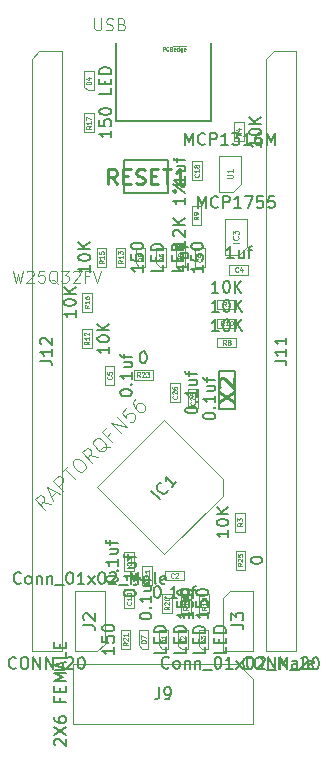
<source format=gbr>
G04 #@! TF.GenerationSoftware,KiCad,Pcbnew,(5.1.5-0-10_14)*
G04 #@! TF.CreationDate,2020-03-23T23:07:20-07:00*
G04 #@! TF.ProjectId,raptor,72617074-6f72-42e6-9b69-6361645f7063,rev?*
G04 #@! TF.SameCoordinates,Original*
G04 #@! TF.FileFunction,Other,Fab,Top*
%FSLAX46Y46*%
G04 Gerber Fmt 4.6, Leading zero omitted, Abs format (unit mm)*
G04 Created by KiCad (PCBNEW (5.1.5-0-10_14)) date 2020-03-23 23:07:20*
%MOMM*%
%LPD*%
G04 APERTURE LIST*
%ADD10C,0.100000*%
%ADD11C,0.127000*%
%ADD12C,0.200000*%
%ADD13C,0.150000*%
%ADD14C,0.101600*%
%ADD15C,0.060000*%
%ADD16C,0.015000*%
%ADD17C,0.254000*%
%ADD18C,0.075000*%
G04 APERTURE END LIST*
D10*
X137775000Y-84100000D02*
X139680000Y-84100000D01*
X139680000Y-84100000D02*
X139680000Y-134900000D01*
X139680000Y-134900000D02*
X137140000Y-134900000D01*
X137140000Y-134900000D02*
X137140000Y-84735000D01*
X137140000Y-84735000D02*
X137775000Y-84100000D01*
X153298347Y-120318993D02*
X153298347Y-121733207D01*
X148348600Y-115369246D02*
X153298347Y-120318993D01*
X142691746Y-121026100D02*
X148348600Y-115369246D01*
X148348600Y-126682954D02*
X142691746Y-121026100D01*
X153298347Y-121733207D02*
X148348600Y-126682954D01*
X145082000Y-102350000D02*
X144282000Y-102350000D01*
X144282000Y-102350000D02*
X144282000Y-100750000D01*
X144282000Y-100750000D02*
X145082000Y-100750000D01*
X145082000Y-100750000D02*
X145082000Y-102350000D01*
X145800000Y-129670000D02*
X145800000Y-131270000D01*
X145000000Y-129670000D02*
X145800000Y-129670000D01*
X145000000Y-131270000D02*
X145000000Y-129670000D01*
X145800000Y-131270000D02*
X145000000Y-131270000D01*
X155200000Y-126400000D02*
X155200000Y-128000000D01*
X154400000Y-126400000D02*
X155200000Y-126400000D01*
X154400000Y-128000000D02*
X154400000Y-126400000D01*
X155200000Y-128000000D02*
X154400000Y-128000000D01*
X145783500Y-111106000D02*
X147383500Y-111106000D01*
X145783500Y-111906000D02*
X145783500Y-111106000D01*
X147383500Y-111906000D02*
X145783500Y-111906000D01*
X147383500Y-111106000D02*
X147383500Y-111906000D01*
X153330000Y-130415000D02*
X153965000Y-129780000D01*
X153330000Y-134860000D02*
X153330000Y-130415000D01*
X155870000Y-134860000D02*
X153330000Y-134860000D01*
X155870000Y-129780000D02*
X155870000Y-134860000D01*
X153965000Y-129780000D02*
X155870000Y-129780000D01*
D11*
X152290000Y-83450000D02*
X152290000Y-90050000D01*
X144290000Y-83450000D02*
X144290000Y-90050000D01*
X152290000Y-90050000D02*
X144290000Y-90050000D01*
D10*
X155890000Y-137250000D02*
X155890000Y-141060000D01*
X155890000Y-141060000D02*
X140650000Y-141060000D01*
X140650000Y-141060000D02*
X140650000Y-135980000D01*
X140650000Y-135980000D02*
X154620000Y-135980000D01*
X154620000Y-135980000D02*
X155890000Y-137250000D01*
X141440000Y-106162500D02*
X141440000Y-104562500D01*
X142240000Y-106162500D02*
X141440000Y-106162500D01*
X142240000Y-104562500D02*
X142240000Y-106162500D01*
X141440000Y-104562500D02*
X142240000Y-104562500D01*
X142672000Y-102360000D02*
X142672000Y-100760000D01*
X143472000Y-102360000D02*
X142672000Y-102360000D01*
X143472000Y-100760000D02*
X143472000Y-102360000D01*
X142672000Y-100760000D02*
X143472000Y-100760000D01*
X152870000Y-108390000D02*
X154470000Y-108390000D01*
X152870000Y-109190000D02*
X152870000Y-108390000D01*
X154470000Y-109190000D02*
X152870000Y-109190000D01*
X154470000Y-108390000D02*
X154470000Y-109190000D01*
X143330000Y-134275000D02*
X142695000Y-134910000D01*
X143330000Y-129830000D02*
X143330000Y-134275000D01*
X140790000Y-129830000D02*
X143330000Y-129830000D01*
X140790000Y-134910000D02*
X140790000Y-129830000D01*
X142695000Y-134910000D02*
X140790000Y-134910000D01*
X145000000Y-128150000D02*
X145000000Y-126550000D01*
X145800000Y-128150000D02*
X145000000Y-128150000D01*
X145800000Y-126550000D02*
X145800000Y-128150000D01*
X145000000Y-126550000D02*
X145800000Y-126550000D01*
X147020000Y-133110000D02*
X146220000Y-133110000D01*
X147020000Y-134710000D02*
X147020000Y-133110000D01*
X146520000Y-134710000D02*
X147020000Y-134710000D01*
X146220000Y-134410000D02*
X146520000Y-134710000D01*
X146220000Y-133110000D02*
X146220000Y-134410000D01*
X146746300Y-100758600D02*
X145946300Y-100758600D01*
X146746300Y-102358600D02*
X146746300Y-100758600D01*
X146246300Y-102358600D02*
X146746300Y-102358600D01*
X145946300Y-102058600D02*
X146246300Y-102358600D01*
X145946300Y-100758600D02*
X145946300Y-102058600D01*
X148498900Y-100758600D02*
X147698900Y-100758600D01*
X148498900Y-102358600D02*
X148498900Y-100758600D01*
X147998900Y-102358600D02*
X148498900Y-102358600D01*
X147698900Y-102058600D02*
X147998900Y-102358600D01*
X147698900Y-100758600D02*
X147698900Y-102058600D01*
D12*
X153020000Y-111176000D02*
X154320000Y-111176000D01*
X153020000Y-114376000D02*
X153020000Y-111176000D01*
X154320000Y-114376000D02*
X153020000Y-114376000D01*
X154320000Y-111176000D02*
X154320000Y-114376000D01*
D10*
X150020000Y-128910000D02*
X148420000Y-128910000D01*
X150020000Y-128110000D02*
X150020000Y-128910000D01*
X148420000Y-128110000D02*
X150020000Y-128110000D01*
X148420000Y-128910000D02*
X148420000Y-128110000D01*
X153886000Y-102216000D02*
X155486000Y-102216000D01*
X153886000Y-103016000D02*
X153886000Y-102216000D01*
X155486000Y-103016000D02*
X153886000Y-103016000D01*
X155486000Y-102216000D02*
X155486000Y-103016000D01*
X144150000Y-112370000D02*
X143350000Y-112370000D01*
X143350000Y-112370000D02*
X143350000Y-110770000D01*
X143350000Y-110770000D02*
X144150000Y-110770000D01*
X144150000Y-110770000D02*
X144150000Y-112370000D01*
X150984000Y-100800000D02*
X151784000Y-100800000D01*
X151784000Y-100800000D02*
X151784000Y-102400000D01*
X151784000Y-102400000D02*
X150984000Y-102400000D01*
X150984000Y-102400000D02*
X150984000Y-100800000D01*
X146520000Y-127732500D02*
X147320000Y-127732500D01*
X147320000Y-127732500D02*
X147320000Y-129332500D01*
X147320000Y-129332500D02*
X146520000Y-129332500D01*
X146520000Y-129332500D02*
X146520000Y-127732500D01*
X150730000Y-95034000D02*
X150730000Y-93434000D01*
X151530000Y-95034000D02*
X150730000Y-95034000D01*
X151530000Y-93434000D02*
X151530000Y-95034000D01*
X150730000Y-93434000D02*
X151530000Y-93434000D01*
X151190000Y-112738000D02*
X151190000Y-114338000D01*
X150390000Y-112738000D02*
X151190000Y-112738000D01*
X150390000Y-114338000D02*
X150390000Y-112738000D01*
X151190000Y-114338000D02*
X150390000Y-114338000D01*
X149680000Y-113840000D02*
X148880000Y-113840000D01*
X148880000Y-113840000D02*
X148880000Y-112240000D01*
X148880000Y-112240000D02*
X149680000Y-112240000D01*
X149680000Y-112240000D02*
X149680000Y-113840000D01*
X155332000Y-100722000D02*
X154682000Y-101372000D01*
X153532000Y-101372000D02*
X154682000Y-101372000D01*
X155332000Y-100722000D02*
X155332000Y-98272000D01*
X153532000Y-98272000D02*
X155332000Y-98272000D01*
X153532000Y-101372000D02*
X153532000Y-98272000D01*
X156984600Y-84742100D02*
X157619600Y-84107100D01*
X156984600Y-134907100D02*
X156984600Y-84742100D01*
X159524600Y-134907100D02*
X156984600Y-134907100D01*
X159524600Y-84107100D02*
X159524600Y-134907100D01*
X157619600Y-84107100D02*
X159524600Y-84107100D01*
X154444500Y-105130000D02*
X154444500Y-105930000D01*
X154444500Y-105930000D02*
X152844500Y-105930000D01*
X152844500Y-105930000D02*
X152844500Y-105130000D01*
X152844500Y-105130000D02*
X154444500Y-105130000D01*
X154377440Y-124779480D02*
X154377440Y-123179480D01*
X155177440Y-124779480D02*
X154377440Y-124779480D01*
X155177440Y-123179480D02*
X155177440Y-124779480D01*
X154377440Y-123179480D02*
X155177440Y-123179480D01*
X155086000Y-90132000D02*
X155086000Y-91732000D01*
X154286000Y-90132000D02*
X155086000Y-90132000D01*
X154286000Y-91732000D02*
X154286000Y-90132000D01*
X155086000Y-91732000D02*
X154286000Y-91732000D01*
X150152000Y-100770000D02*
X150152000Y-102370000D01*
X149352000Y-100770000D02*
X150152000Y-100770000D01*
X149352000Y-102370000D02*
X149352000Y-100770000D01*
X150152000Y-102370000D02*
X149352000Y-102370000D01*
X150679200Y-98844000D02*
X150679200Y-97244000D01*
X151479200Y-98844000D02*
X150679200Y-98844000D01*
X151479200Y-97244000D02*
X151479200Y-98844000D01*
X150679200Y-97244000D02*
X151479200Y-97244000D01*
X154470000Y-106740000D02*
X154470000Y-107540000D01*
X154470000Y-107540000D02*
X152870000Y-107540000D01*
X152870000Y-107540000D02*
X152870000Y-106740000D01*
X152870000Y-106740000D02*
X154470000Y-106740000D01*
X142230000Y-109230000D02*
X141430000Y-109230000D01*
X141430000Y-109230000D02*
X141430000Y-107630000D01*
X141430000Y-107630000D02*
X142230000Y-107630000D01*
X142230000Y-107630000D02*
X142230000Y-109230000D01*
X142386000Y-90970000D02*
X141586000Y-90970000D01*
X141586000Y-90970000D02*
X141586000Y-89370000D01*
X141586000Y-89370000D02*
X142386000Y-89370000D01*
X142386000Y-89370000D02*
X142386000Y-90970000D01*
X151350000Y-130100000D02*
X152150000Y-130100000D01*
X152150000Y-130100000D02*
X152150000Y-131700000D01*
X152150000Y-131700000D02*
X151350000Y-131700000D01*
X151350000Y-131700000D02*
X151350000Y-130100000D01*
X150600000Y-130100000D02*
X150600000Y-131700000D01*
X149800000Y-130100000D02*
X150600000Y-130100000D01*
X149800000Y-131700000D02*
X149800000Y-130100000D01*
X150600000Y-131700000D02*
X149800000Y-131700000D01*
X149000000Y-131687500D02*
X148200000Y-131687500D01*
X148200000Y-131687500D02*
X148200000Y-130087500D01*
X148200000Y-130087500D02*
X149000000Y-130087500D01*
X149000000Y-130087500D02*
X149000000Y-131687500D01*
X144700000Y-134700000D02*
X144700000Y-133100000D01*
X145500000Y-134700000D02*
X144700000Y-134700000D01*
X145500000Y-133100000D02*
X145500000Y-134700000D01*
X144700000Y-133100000D02*
X145500000Y-133100000D01*
D12*
X148662000Y-96142000D02*
X144962000Y-96142000D01*
X144962000Y-96142000D02*
X144962000Y-93342000D01*
X144962000Y-93342000D02*
X148662000Y-93342000D01*
X148662000Y-93342000D02*
X148662000Y-96142000D01*
D10*
X153024000Y-96038000D02*
X153024000Y-92938000D01*
X153024000Y-92938000D02*
X154824000Y-92938000D01*
X154824000Y-95388000D02*
X154824000Y-92938000D01*
X153024000Y-96038000D02*
X154174000Y-96038000D01*
X154824000Y-95388000D02*
X154174000Y-96038000D01*
X147900000Y-133102500D02*
X147900000Y-134402500D01*
X147900000Y-134402500D02*
X148200000Y-134702500D01*
X148200000Y-134702500D02*
X148700000Y-134702500D01*
X148700000Y-134702500D02*
X148700000Y-133102500D01*
X148700000Y-133102500D02*
X147900000Y-133102500D01*
X150340000Y-133140000D02*
X149540000Y-133140000D01*
X150340000Y-134740000D02*
X150340000Y-133140000D01*
X149840000Y-134740000D02*
X150340000Y-134740000D01*
X149540000Y-134440000D02*
X149840000Y-134740000D01*
X149540000Y-133140000D02*
X149540000Y-134440000D01*
X151270000Y-133130000D02*
X151270000Y-134430000D01*
X151270000Y-134430000D02*
X151570000Y-134730000D01*
X151570000Y-134730000D02*
X152070000Y-134730000D01*
X152070000Y-134730000D02*
X152070000Y-133130000D01*
X152070000Y-133130000D02*
X151270000Y-133130000D01*
X142386000Y-85814000D02*
X141586000Y-85814000D01*
X142386000Y-87414000D02*
X142386000Y-85814000D01*
X141886000Y-87414000D02*
X142386000Y-87414000D01*
X141586000Y-87114000D02*
X141886000Y-87414000D01*
X141586000Y-85814000D02*
X141586000Y-87114000D01*
D13*
X135814761Y-136317142D02*
X135767142Y-136364761D01*
X135624285Y-136412380D01*
X135529047Y-136412380D01*
X135386190Y-136364761D01*
X135290952Y-136269523D01*
X135243333Y-136174285D01*
X135195714Y-135983809D01*
X135195714Y-135840952D01*
X135243333Y-135650476D01*
X135290952Y-135555238D01*
X135386190Y-135460000D01*
X135529047Y-135412380D01*
X135624285Y-135412380D01*
X135767142Y-135460000D01*
X135814761Y-135507619D01*
X136433809Y-135412380D02*
X136624285Y-135412380D01*
X136719523Y-135460000D01*
X136814761Y-135555238D01*
X136862380Y-135745714D01*
X136862380Y-136079047D01*
X136814761Y-136269523D01*
X136719523Y-136364761D01*
X136624285Y-136412380D01*
X136433809Y-136412380D01*
X136338571Y-136364761D01*
X136243333Y-136269523D01*
X136195714Y-136079047D01*
X136195714Y-135745714D01*
X136243333Y-135555238D01*
X136338571Y-135460000D01*
X136433809Y-135412380D01*
X137290952Y-136412380D02*
X137290952Y-135412380D01*
X137862380Y-136412380D01*
X137862380Y-135412380D01*
X138338571Y-136412380D02*
X138338571Y-135412380D01*
X138910000Y-136412380D01*
X138910000Y-135412380D01*
X139148095Y-136507619D02*
X139910000Y-136507619D01*
X140100476Y-135507619D02*
X140148095Y-135460000D01*
X140243333Y-135412380D01*
X140481428Y-135412380D01*
X140576666Y-135460000D01*
X140624285Y-135507619D01*
X140671904Y-135602857D01*
X140671904Y-135698095D01*
X140624285Y-135840952D01*
X140052857Y-136412380D01*
X140671904Y-136412380D01*
X141290952Y-135412380D02*
X141386190Y-135412380D01*
X141481428Y-135460000D01*
X141529047Y-135507619D01*
X141576666Y-135602857D01*
X141624285Y-135793333D01*
X141624285Y-136031428D01*
X141576666Y-136221904D01*
X141529047Y-136317142D01*
X141481428Y-136364761D01*
X141386190Y-136412380D01*
X141290952Y-136412380D01*
X141195714Y-136364761D01*
X141148095Y-136317142D01*
X141100476Y-136221904D01*
X141052857Y-136031428D01*
X141052857Y-135793333D01*
X141100476Y-135602857D01*
X141148095Y-135507619D01*
X141195714Y-135460000D01*
X141290952Y-135412380D01*
X137862380Y-110309523D02*
X138576666Y-110309523D01*
X138719523Y-110357142D01*
X138814761Y-110452380D01*
X138862380Y-110595238D01*
X138862380Y-110690476D01*
X138862380Y-109309523D02*
X138862380Y-109880952D01*
X138862380Y-109595238D02*
X137862380Y-109595238D01*
X138005238Y-109690476D01*
X138100476Y-109785714D01*
X138148095Y-109880952D01*
X137957619Y-108928571D02*
X137910000Y-108880952D01*
X137862380Y-108785714D01*
X137862380Y-108547619D01*
X137910000Y-108452380D01*
X137957619Y-108404761D01*
X138052857Y-108357142D01*
X138148095Y-108357142D01*
X138290952Y-108404761D01*
X138862380Y-108976190D01*
X138862380Y-108357142D01*
D14*
X138736347Y-122425374D02*
X138045722Y-122303499D01*
X138248847Y-122912874D02*
X137395723Y-122059750D01*
X137720722Y-121734750D01*
X137842597Y-121694125D01*
X137923847Y-121694125D01*
X138045722Y-121734750D01*
X138167597Y-121856625D01*
X138208222Y-121978500D01*
X138208222Y-122059750D01*
X138167597Y-122181625D01*
X137842597Y-122506624D01*
X138817597Y-121856625D02*
X139223846Y-121450375D01*
X138980097Y-122181625D02*
X138411347Y-121044125D01*
X139548846Y-121612875D01*
X139833221Y-121328500D02*
X138980097Y-120475376D01*
X139305096Y-120150376D01*
X139426971Y-120109751D01*
X139508221Y-120109751D01*
X139630096Y-120150376D01*
X139751971Y-120272251D01*
X139792596Y-120394126D01*
X139792596Y-120475376D01*
X139751971Y-120597251D01*
X139426971Y-120922251D01*
X139711346Y-119744126D02*
X140198846Y-119256627D01*
X140808220Y-120353501D02*
X139955096Y-119500377D01*
X140645720Y-118809752D02*
X140808220Y-118647252D01*
X140930095Y-118606627D01*
X141092595Y-118606627D01*
X141295720Y-118728502D01*
X141580094Y-119012877D01*
X141701969Y-119216002D01*
X141701969Y-119378502D01*
X141661344Y-119500377D01*
X141498845Y-119662877D01*
X141376970Y-119703502D01*
X141214470Y-119703502D01*
X141011345Y-119581627D01*
X140726970Y-119297252D01*
X140605095Y-119094127D01*
X140605095Y-118931627D01*
X140645720Y-118809752D01*
X142717594Y-118444127D02*
X142026969Y-118322253D01*
X142230094Y-118931627D02*
X141376970Y-118078503D01*
X141701969Y-117753503D01*
X141823844Y-117712878D01*
X141905094Y-117712878D01*
X142026969Y-117753503D01*
X142148844Y-117875378D01*
X142189469Y-117997253D01*
X142189469Y-118078503D01*
X142148844Y-118200378D01*
X141823844Y-118525377D01*
X143733218Y-117591003D02*
X143611343Y-117631628D01*
X143448843Y-117631628D01*
X143205093Y-117631628D01*
X143083218Y-117672253D01*
X143001968Y-117753503D01*
X143245718Y-117916003D02*
X143123843Y-117956628D01*
X142961343Y-117956628D01*
X142758219Y-117834753D01*
X142473844Y-117550378D01*
X142351969Y-117347253D01*
X142351969Y-117184753D01*
X142392594Y-117062879D01*
X142555094Y-116900379D01*
X142676969Y-116859754D01*
X142839468Y-116859754D01*
X143042593Y-116981629D01*
X143326968Y-117266003D01*
X143448843Y-117469128D01*
X143448843Y-117631628D01*
X143408218Y-117753503D01*
X143245718Y-117916003D01*
X143814468Y-116453504D02*
X143530093Y-116737879D01*
X143976968Y-117184753D02*
X143123843Y-116331629D01*
X143530093Y-115925379D01*
X144708217Y-116453504D02*
X143855093Y-115600380D01*
X145195717Y-115966004D01*
X144342592Y-115112880D01*
X145155092Y-114300381D02*
X144748842Y-114706630D01*
X145114467Y-115153505D01*
X145114467Y-115072255D01*
X145155092Y-114950380D01*
X145358217Y-114747255D01*
X145480091Y-114706630D01*
X145561341Y-114706630D01*
X145683216Y-114747255D01*
X145886341Y-114950380D01*
X145926966Y-115072255D01*
X145926966Y-115153505D01*
X145886341Y-115275380D01*
X145683216Y-115478505D01*
X145561341Y-115519130D01*
X145480091Y-115519130D01*
X145926966Y-113528506D02*
X145764466Y-113691006D01*
X145723841Y-113812881D01*
X145723841Y-113894131D01*
X145764466Y-114097256D01*
X145886341Y-114300381D01*
X146211341Y-114625380D01*
X146333216Y-114666005D01*
X146414466Y-114666005D01*
X146536341Y-114625380D01*
X146698840Y-114462881D01*
X146739465Y-114341006D01*
X146739465Y-114259756D01*
X146698840Y-114137881D01*
X146495716Y-113934756D01*
X146373841Y-113894131D01*
X146292591Y-113894131D01*
X146170716Y-113934756D01*
X146008216Y-114097256D01*
X145967591Y-114219131D01*
X145967591Y-114300381D01*
X146008216Y-114422256D01*
D13*
X147978210Y-122036252D02*
X147271103Y-121329145D01*
X148651645Y-121228130D02*
X148651645Y-121295474D01*
X148584302Y-121430161D01*
X148516958Y-121497504D01*
X148382271Y-121564848D01*
X148247584Y-121564848D01*
X148146569Y-121531176D01*
X147978210Y-121430161D01*
X147877195Y-121329145D01*
X147776180Y-121160787D01*
X147742508Y-121059771D01*
X147742508Y-120925084D01*
X147809851Y-120790397D01*
X147877195Y-120723054D01*
X148011882Y-120655710D01*
X148079225Y-120655710D01*
X149392424Y-120622038D02*
X148988363Y-121026100D01*
X149190393Y-120824069D02*
X148483287Y-120116962D01*
X148516958Y-120285321D01*
X148516958Y-120420008D01*
X148483287Y-120521023D01*
X146564380Y-102216666D02*
X146564380Y-102788095D01*
X146564380Y-102502380D02*
X145564380Y-102502380D01*
X145707238Y-102597619D01*
X145802476Y-102692857D01*
X145850095Y-102788095D01*
X145564380Y-101311904D02*
X145564380Y-101788095D01*
X146040571Y-101835714D01*
X145992952Y-101788095D01*
X145945333Y-101692857D01*
X145945333Y-101454761D01*
X145992952Y-101359523D01*
X146040571Y-101311904D01*
X146135809Y-101264285D01*
X146373904Y-101264285D01*
X146469142Y-101311904D01*
X146516761Y-101359523D01*
X146564380Y-101454761D01*
X146564380Y-101692857D01*
X146516761Y-101788095D01*
X146469142Y-101835714D01*
X145564380Y-100645238D02*
X145564380Y-100550000D01*
X145612000Y-100454761D01*
X145659619Y-100407142D01*
X145754857Y-100359523D01*
X145945333Y-100311904D01*
X146183428Y-100311904D01*
X146373904Y-100359523D01*
X146469142Y-100407142D01*
X146516761Y-100454761D01*
X146564380Y-100550000D01*
X146564380Y-100645238D01*
X146516761Y-100740476D01*
X146469142Y-100788095D01*
X146373904Y-100835714D01*
X146183428Y-100883333D01*
X145945333Y-100883333D01*
X145754857Y-100835714D01*
X145659619Y-100788095D01*
X145612000Y-100740476D01*
X145564380Y-100645238D01*
D15*
X144862952Y-101807142D02*
X144672476Y-101940476D01*
X144862952Y-102035714D02*
X144462952Y-102035714D01*
X144462952Y-101883333D01*
X144482000Y-101845238D01*
X144501047Y-101826190D01*
X144539142Y-101807142D01*
X144596285Y-101807142D01*
X144634380Y-101826190D01*
X144653428Y-101845238D01*
X144672476Y-101883333D01*
X144672476Y-102035714D01*
X144862952Y-101426190D02*
X144862952Y-101654761D01*
X144862952Y-101540476D02*
X144462952Y-101540476D01*
X144520095Y-101578571D01*
X144558190Y-101616666D01*
X144577238Y-101654761D01*
X144462952Y-101292857D02*
X144462952Y-101045238D01*
X144615333Y-101178571D01*
X144615333Y-101121428D01*
X144634380Y-101083333D01*
X144653428Y-101064285D01*
X144691523Y-101045238D01*
X144786761Y-101045238D01*
X144824857Y-101064285D01*
X144843904Y-101083333D01*
X144862952Y-101121428D01*
X144862952Y-101235714D01*
X144843904Y-101273809D01*
X144824857Y-101292857D01*
D13*
X146282380Y-131970000D02*
X146282380Y-131874761D01*
X146330000Y-131779523D01*
X146377619Y-131731904D01*
X146472857Y-131684285D01*
X146663333Y-131636666D01*
X146901428Y-131636666D01*
X147091904Y-131684285D01*
X147187142Y-131731904D01*
X147234761Y-131779523D01*
X147282380Y-131874761D01*
X147282380Y-131970000D01*
X147234761Y-132065238D01*
X147187142Y-132112857D01*
X147091904Y-132160476D01*
X146901428Y-132208095D01*
X146663333Y-132208095D01*
X146472857Y-132160476D01*
X146377619Y-132112857D01*
X146330000Y-132065238D01*
X146282380Y-131970000D01*
X147187142Y-131208095D02*
X147234761Y-131160476D01*
X147282380Y-131208095D01*
X147234761Y-131255714D01*
X147187142Y-131208095D01*
X147282380Y-131208095D01*
X147282380Y-130208095D02*
X147282380Y-130779523D01*
X147282380Y-130493809D02*
X146282380Y-130493809D01*
X146425238Y-130589047D01*
X146520476Y-130684285D01*
X146568095Y-130779523D01*
X146615714Y-129350952D02*
X147282380Y-129350952D01*
X146615714Y-129779523D02*
X147139523Y-129779523D01*
X147234761Y-129731904D01*
X147282380Y-129636666D01*
X147282380Y-129493809D01*
X147234761Y-129398571D01*
X147187142Y-129350952D01*
X146615714Y-129017619D02*
X146615714Y-128636666D01*
X147282380Y-128874761D02*
X146425238Y-128874761D01*
X146330000Y-128827142D01*
X146282380Y-128731904D01*
X146282380Y-128636666D01*
D15*
X145542857Y-130727142D02*
X145561904Y-130746190D01*
X145580952Y-130803333D01*
X145580952Y-130841428D01*
X145561904Y-130898571D01*
X145523809Y-130936666D01*
X145485714Y-130955714D01*
X145409523Y-130974761D01*
X145352380Y-130974761D01*
X145276190Y-130955714D01*
X145238095Y-130936666D01*
X145200000Y-130898571D01*
X145180952Y-130841428D01*
X145180952Y-130803333D01*
X145200000Y-130746190D01*
X145219047Y-130727142D01*
X145580952Y-130346190D02*
X145580952Y-130574761D01*
X145580952Y-130460476D02*
X145180952Y-130460476D01*
X145238095Y-130498571D01*
X145276190Y-130536666D01*
X145295238Y-130574761D01*
X145180952Y-130098571D02*
X145180952Y-130060476D01*
X145200000Y-130022380D01*
X145219047Y-130003333D01*
X145257142Y-129984285D01*
X145333333Y-129965238D01*
X145428571Y-129965238D01*
X145504761Y-129984285D01*
X145542857Y-130003333D01*
X145561904Y-130022380D01*
X145580952Y-130060476D01*
X145580952Y-130098571D01*
X145561904Y-130136666D01*
X145542857Y-130155714D01*
X145504761Y-130174761D01*
X145428571Y-130193809D01*
X145333333Y-130193809D01*
X145257142Y-130174761D01*
X145219047Y-130155714D01*
X145200000Y-130136666D01*
X145180952Y-130098571D01*
D16*
X135543988Y-102689641D02*
X135782520Y-103691476D01*
X135973346Y-102975879D01*
X136164172Y-103691476D01*
X136402704Y-102689641D01*
X136736649Y-102785053D02*
X136784355Y-102737347D01*
X136879768Y-102689641D01*
X137118300Y-102689641D01*
X137213713Y-102737347D01*
X137261420Y-102785053D01*
X137309126Y-102880466D01*
X137309126Y-102975879D01*
X137261420Y-103118998D01*
X136688942Y-103691476D01*
X137309126Y-103691476D01*
X138215548Y-102689641D02*
X137738484Y-102689641D01*
X137690777Y-103166705D01*
X137738484Y-103118998D01*
X137833897Y-103071292D01*
X138072429Y-103071292D01*
X138167842Y-103118998D01*
X138215548Y-103166705D01*
X138263255Y-103262118D01*
X138263255Y-103500650D01*
X138215548Y-103596063D01*
X138167842Y-103643769D01*
X138072429Y-103691476D01*
X137833897Y-103691476D01*
X137738484Y-103643769D01*
X137690777Y-103596063D01*
X139360502Y-103786888D02*
X139265090Y-103739182D01*
X139169677Y-103643769D01*
X139026557Y-103500650D01*
X138931145Y-103452943D01*
X138835732Y-103452943D01*
X138883438Y-103691476D02*
X138788025Y-103643769D01*
X138692612Y-103548356D01*
X138644906Y-103357531D01*
X138644906Y-103023586D01*
X138692612Y-102832760D01*
X138788025Y-102737347D01*
X138883438Y-102689641D01*
X139074264Y-102689641D01*
X139169677Y-102737347D01*
X139265090Y-102832760D01*
X139312796Y-103023586D01*
X139312796Y-103357531D01*
X139265090Y-103548356D01*
X139169677Y-103643769D01*
X139074264Y-103691476D01*
X138883438Y-103691476D01*
X139646741Y-102689641D02*
X140266925Y-102689641D01*
X139932980Y-103071292D01*
X140076099Y-103071292D01*
X140171512Y-103118998D01*
X140219218Y-103166705D01*
X140266925Y-103262118D01*
X140266925Y-103500650D01*
X140219218Y-103596063D01*
X140171512Y-103643769D01*
X140076099Y-103691476D01*
X139789860Y-103691476D01*
X139694447Y-103643769D01*
X139646741Y-103596063D01*
X140648576Y-102785053D02*
X140696282Y-102737347D01*
X140791695Y-102689641D01*
X141030227Y-102689641D01*
X141125640Y-102737347D01*
X141173347Y-102785053D01*
X141221053Y-102880466D01*
X141221053Y-102975879D01*
X141173347Y-103118998D01*
X140600870Y-103691476D01*
X141221053Y-103691476D01*
X141984356Y-103166705D02*
X141650411Y-103166705D01*
X141650411Y-103691476D02*
X141650411Y-102689641D01*
X142127475Y-102689641D01*
X142366007Y-102689641D02*
X142699952Y-103691476D01*
X143033897Y-102689641D01*
D13*
X155682380Y-127247619D02*
X155682380Y-127152380D01*
X155730000Y-127057142D01*
X155777619Y-127009523D01*
X155872857Y-126961904D01*
X156063333Y-126914285D01*
X156301428Y-126914285D01*
X156491904Y-126961904D01*
X156587142Y-127009523D01*
X156634761Y-127057142D01*
X156682380Y-127152380D01*
X156682380Y-127247619D01*
X156634761Y-127342857D01*
X156587142Y-127390476D01*
X156491904Y-127438095D01*
X156301428Y-127485714D01*
X156063333Y-127485714D01*
X155872857Y-127438095D01*
X155777619Y-127390476D01*
X155730000Y-127342857D01*
X155682380Y-127247619D01*
D15*
X154980952Y-127457142D02*
X154790476Y-127590476D01*
X154980952Y-127685714D02*
X154580952Y-127685714D01*
X154580952Y-127533333D01*
X154600000Y-127495238D01*
X154619047Y-127476190D01*
X154657142Y-127457142D01*
X154714285Y-127457142D01*
X154752380Y-127476190D01*
X154771428Y-127495238D01*
X154790476Y-127533333D01*
X154790476Y-127685714D01*
X154619047Y-127304761D02*
X154600000Y-127285714D01*
X154580952Y-127247619D01*
X154580952Y-127152380D01*
X154600000Y-127114285D01*
X154619047Y-127095238D01*
X154657142Y-127076190D01*
X154695238Y-127076190D01*
X154752380Y-127095238D01*
X154980952Y-127323809D01*
X154980952Y-127076190D01*
X154580952Y-126714285D02*
X154580952Y-126904761D01*
X154771428Y-126923809D01*
X154752380Y-126904761D01*
X154733333Y-126866666D01*
X154733333Y-126771428D01*
X154752380Y-126733333D01*
X154771428Y-126714285D01*
X154809523Y-126695238D01*
X154904761Y-126695238D01*
X154942857Y-126714285D01*
X154961904Y-126733333D01*
X154980952Y-126771428D01*
X154980952Y-126866666D01*
X154961904Y-126904761D01*
X154942857Y-126923809D01*
D13*
X146535880Y-109528380D02*
X146631119Y-109528380D01*
X146726357Y-109576000D01*
X146773976Y-109623619D01*
X146821595Y-109718857D01*
X146869214Y-109909333D01*
X146869214Y-110147428D01*
X146821595Y-110337904D01*
X146773976Y-110433142D01*
X146726357Y-110480761D01*
X146631119Y-110528380D01*
X146535880Y-110528380D01*
X146440642Y-110480761D01*
X146393023Y-110433142D01*
X146345404Y-110337904D01*
X146297785Y-110147428D01*
X146297785Y-109909333D01*
X146345404Y-109718857D01*
X146393023Y-109623619D01*
X146440642Y-109576000D01*
X146535880Y-109528380D01*
D15*
X146326357Y-111686952D02*
X146193023Y-111496476D01*
X146097785Y-111686952D02*
X146097785Y-111286952D01*
X146250166Y-111286952D01*
X146288261Y-111306000D01*
X146307309Y-111325047D01*
X146326357Y-111363142D01*
X146326357Y-111420285D01*
X146307309Y-111458380D01*
X146288261Y-111477428D01*
X146250166Y-111496476D01*
X146097785Y-111496476D01*
X146478738Y-111325047D02*
X146497785Y-111306000D01*
X146535880Y-111286952D01*
X146631119Y-111286952D01*
X146669214Y-111306000D01*
X146688261Y-111325047D01*
X146707309Y-111363142D01*
X146707309Y-111401238D01*
X146688261Y-111458380D01*
X146459690Y-111686952D01*
X146707309Y-111686952D01*
X146840642Y-111286952D02*
X147088261Y-111286952D01*
X146954928Y-111439333D01*
X147012071Y-111439333D01*
X147050166Y-111458380D01*
X147069214Y-111477428D01*
X147088261Y-111515523D01*
X147088261Y-111610761D01*
X147069214Y-111648857D01*
X147050166Y-111667904D01*
X147012071Y-111686952D01*
X146897785Y-111686952D01*
X146859690Y-111667904D01*
X146840642Y-111648857D01*
D13*
X148766666Y-136277142D02*
X148719047Y-136324761D01*
X148576190Y-136372380D01*
X148480952Y-136372380D01*
X148338095Y-136324761D01*
X148242857Y-136229523D01*
X148195238Y-136134285D01*
X148147619Y-135943809D01*
X148147619Y-135800952D01*
X148195238Y-135610476D01*
X148242857Y-135515238D01*
X148338095Y-135420000D01*
X148480952Y-135372380D01*
X148576190Y-135372380D01*
X148719047Y-135420000D01*
X148766666Y-135467619D01*
X149338095Y-136372380D02*
X149242857Y-136324761D01*
X149195238Y-136277142D01*
X149147619Y-136181904D01*
X149147619Y-135896190D01*
X149195238Y-135800952D01*
X149242857Y-135753333D01*
X149338095Y-135705714D01*
X149480952Y-135705714D01*
X149576190Y-135753333D01*
X149623809Y-135800952D01*
X149671428Y-135896190D01*
X149671428Y-136181904D01*
X149623809Y-136277142D01*
X149576190Y-136324761D01*
X149480952Y-136372380D01*
X149338095Y-136372380D01*
X150100000Y-135705714D02*
X150100000Y-136372380D01*
X150100000Y-135800952D02*
X150147619Y-135753333D01*
X150242857Y-135705714D01*
X150385714Y-135705714D01*
X150480952Y-135753333D01*
X150528571Y-135848571D01*
X150528571Y-136372380D01*
X151004761Y-135705714D02*
X151004761Y-136372380D01*
X151004761Y-135800952D02*
X151052380Y-135753333D01*
X151147619Y-135705714D01*
X151290476Y-135705714D01*
X151385714Y-135753333D01*
X151433333Y-135848571D01*
X151433333Y-136372380D01*
X151671428Y-136467619D02*
X152433333Y-136467619D01*
X152861904Y-135372380D02*
X152957142Y-135372380D01*
X153052380Y-135420000D01*
X153100000Y-135467619D01*
X153147619Y-135562857D01*
X153195238Y-135753333D01*
X153195238Y-135991428D01*
X153147619Y-136181904D01*
X153100000Y-136277142D01*
X153052380Y-136324761D01*
X152957142Y-136372380D01*
X152861904Y-136372380D01*
X152766666Y-136324761D01*
X152719047Y-136277142D01*
X152671428Y-136181904D01*
X152623809Y-135991428D01*
X152623809Y-135753333D01*
X152671428Y-135562857D01*
X152719047Y-135467619D01*
X152766666Y-135420000D01*
X152861904Y-135372380D01*
X154147619Y-136372380D02*
X153576190Y-136372380D01*
X153861904Y-136372380D02*
X153861904Y-135372380D01*
X153766666Y-135515238D01*
X153671428Y-135610476D01*
X153576190Y-135658095D01*
X154480952Y-136372380D02*
X155004761Y-135705714D01*
X154480952Y-135705714D02*
X155004761Y-136372380D01*
X155576190Y-135372380D02*
X155671428Y-135372380D01*
X155766666Y-135420000D01*
X155814285Y-135467619D01*
X155861904Y-135562857D01*
X155909523Y-135753333D01*
X155909523Y-135991428D01*
X155861904Y-136181904D01*
X155814285Y-136277142D01*
X155766666Y-136324761D01*
X155671428Y-136372380D01*
X155576190Y-136372380D01*
X155480952Y-136324761D01*
X155433333Y-136277142D01*
X155385714Y-136181904D01*
X155338095Y-135991428D01*
X155338095Y-135753333D01*
X155385714Y-135562857D01*
X155433333Y-135467619D01*
X155480952Y-135420000D01*
X155576190Y-135372380D01*
X156290476Y-135467619D02*
X156338095Y-135420000D01*
X156433333Y-135372380D01*
X156671428Y-135372380D01*
X156766666Y-135420000D01*
X156814285Y-135467619D01*
X156861904Y-135562857D01*
X156861904Y-135658095D01*
X156814285Y-135800952D01*
X156242857Y-136372380D01*
X156861904Y-136372380D01*
X157052380Y-136467619D02*
X157814285Y-136467619D01*
X158052380Y-136372380D02*
X158052380Y-135372380D01*
X158385714Y-136086666D01*
X158719047Y-135372380D01*
X158719047Y-136372380D01*
X159623809Y-136372380D02*
X159623809Y-135848571D01*
X159576190Y-135753333D01*
X159480952Y-135705714D01*
X159290476Y-135705714D01*
X159195238Y-135753333D01*
X159623809Y-136324761D02*
X159528571Y-136372380D01*
X159290476Y-136372380D01*
X159195238Y-136324761D01*
X159147619Y-136229523D01*
X159147619Y-136134285D01*
X159195238Y-136039047D01*
X159290476Y-135991428D01*
X159528571Y-135991428D01*
X159623809Y-135943809D01*
X160242857Y-136372380D02*
X160147619Y-136324761D01*
X160100000Y-136229523D01*
X160100000Y-135372380D01*
X161004761Y-136324761D02*
X160909523Y-136372380D01*
X160719047Y-136372380D01*
X160623809Y-136324761D01*
X160576190Y-136229523D01*
X160576190Y-135848571D01*
X160623809Y-135753333D01*
X160719047Y-135705714D01*
X160909523Y-135705714D01*
X161004761Y-135753333D01*
X161052380Y-135848571D01*
X161052380Y-135943809D01*
X160576190Y-136039047D01*
X154052380Y-132653333D02*
X154766666Y-132653333D01*
X154909523Y-132700952D01*
X155004761Y-132796190D01*
X155052380Y-132939047D01*
X155052380Y-133034285D01*
X154052380Y-132272380D02*
X154052380Y-131653333D01*
X154433333Y-131986666D01*
X154433333Y-131843809D01*
X154480952Y-131748571D01*
X154528571Y-131700952D01*
X154623809Y-131653333D01*
X154861904Y-131653333D01*
X154957142Y-131700952D01*
X155004761Y-131748571D01*
X155052380Y-131843809D01*
X155052380Y-132129523D01*
X155004761Y-132224761D01*
X154957142Y-132272380D01*
D16*
X142459695Y-81337380D02*
X142459695Y-82146904D01*
X142507314Y-82242142D01*
X142554933Y-82289761D01*
X142650171Y-82337380D01*
X142840647Y-82337380D01*
X142935885Y-82289761D01*
X142983504Y-82242142D01*
X143031123Y-82146904D01*
X143031123Y-81337380D01*
X143459695Y-82289761D02*
X143602552Y-82337380D01*
X143840647Y-82337380D01*
X143935885Y-82289761D01*
X143983504Y-82242142D01*
X144031123Y-82146904D01*
X144031123Y-82051666D01*
X143983504Y-81956428D01*
X143935885Y-81908809D01*
X143840647Y-81861190D01*
X143650171Y-81813571D01*
X143554933Y-81765952D01*
X143507314Y-81718333D01*
X143459695Y-81623095D01*
X143459695Y-81527857D01*
X143507314Y-81432619D01*
X143554933Y-81385000D01*
X143650171Y-81337380D01*
X143888266Y-81337380D01*
X144031123Y-81385000D01*
X144793028Y-81813571D02*
X144935885Y-81861190D01*
X144983504Y-81908809D01*
X145031123Y-82004047D01*
X145031123Y-82146904D01*
X144983504Y-82242142D01*
X144935885Y-82289761D01*
X144840647Y-82337380D01*
X144459695Y-82337380D01*
X144459695Y-81337380D01*
X144793028Y-81337380D01*
X144888266Y-81385000D01*
X144935885Y-81432619D01*
X144983504Y-81527857D01*
X144983504Y-81623095D01*
X144935885Y-81718333D01*
X144888266Y-81765952D01*
X144793028Y-81813571D01*
X144459695Y-81813571D01*
X148222380Y-84064761D02*
X148222380Y-83744761D01*
X148344285Y-83744761D01*
X148374761Y-83760000D01*
X148390000Y-83775238D01*
X148405238Y-83805714D01*
X148405238Y-83851428D01*
X148390000Y-83881904D01*
X148374761Y-83897142D01*
X148344285Y-83912380D01*
X148222380Y-83912380D01*
X148725238Y-84034285D02*
X148710000Y-84049523D01*
X148664285Y-84064761D01*
X148633809Y-84064761D01*
X148588095Y-84049523D01*
X148557619Y-84019047D01*
X148542380Y-83988571D01*
X148527142Y-83927619D01*
X148527142Y-83881904D01*
X148542380Y-83820952D01*
X148557619Y-83790476D01*
X148588095Y-83760000D01*
X148633809Y-83744761D01*
X148664285Y-83744761D01*
X148710000Y-83760000D01*
X148725238Y-83775238D01*
X148969047Y-83897142D02*
X149014761Y-83912380D01*
X149030000Y-83927619D01*
X149045238Y-83958095D01*
X149045238Y-84003809D01*
X149030000Y-84034285D01*
X149014761Y-84049523D01*
X148984285Y-84064761D01*
X148862380Y-84064761D01*
X148862380Y-83744761D01*
X148969047Y-83744761D01*
X148999523Y-83760000D01*
X149014761Y-83775238D01*
X149030000Y-83805714D01*
X149030000Y-83836190D01*
X149014761Y-83866666D01*
X148999523Y-83881904D01*
X148969047Y-83897142D01*
X148862380Y-83897142D01*
X149106190Y-83670100D02*
X149380476Y-83670100D01*
X149304285Y-84049523D02*
X149273809Y-84064761D01*
X149212857Y-84064761D01*
X149182380Y-84049523D01*
X149167142Y-84019047D01*
X149167142Y-83897142D01*
X149182380Y-83866666D01*
X149212857Y-83851428D01*
X149273809Y-83851428D01*
X149304285Y-83866666D01*
X149319523Y-83897142D01*
X149319523Y-83927619D01*
X149167142Y-83958095D01*
X149380476Y-83670100D02*
X149670000Y-83670100D01*
X149593809Y-84064761D02*
X149593809Y-83744761D01*
X149593809Y-84049523D02*
X149563333Y-84064761D01*
X149502380Y-84064761D01*
X149471904Y-84049523D01*
X149456666Y-84034285D01*
X149441428Y-84003809D01*
X149441428Y-83912380D01*
X149456666Y-83881904D01*
X149471904Y-83866666D01*
X149502380Y-83851428D01*
X149563333Y-83851428D01*
X149593809Y-83866666D01*
X149670000Y-83670100D02*
X149959523Y-83670100D01*
X149883333Y-83851428D02*
X149883333Y-84110476D01*
X149868095Y-84140952D01*
X149852857Y-84156190D01*
X149822380Y-84171428D01*
X149776666Y-84171428D01*
X149746190Y-84156190D01*
X149883333Y-84049523D02*
X149852857Y-84064761D01*
X149791904Y-84064761D01*
X149761428Y-84049523D01*
X149746190Y-84034285D01*
X149730952Y-84003809D01*
X149730952Y-83912380D01*
X149746190Y-83881904D01*
X149761428Y-83866666D01*
X149791904Y-83851428D01*
X149852857Y-83851428D01*
X149883333Y-83866666D01*
X149959523Y-83670100D02*
X150233809Y-83670100D01*
X150157619Y-84049523D02*
X150127142Y-84064761D01*
X150066190Y-84064761D01*
X150035714Y-84049523D01*
X150020476Y-84019047D01*
X150020476Y-83897142D01*
X150035714Y-83866666D01*
X150066190Y-83851428D01*
X150127142Y-83851428D01*
X150157619Y-83866666D01*
X150172857Y-83897142D01*
X150172857Y-83927619D01*
X150020476Y-83958095D01*
D13*
X139137619Y-142877142D02*
X139090000Y-142829523D01*
X139042380Y-142734285D01*
X139042380Y-142496190D01*
X139090000Y-142400952D01*
X139137619Y-142353333D01*
X139232857Y-142305714D01*
X139328095Y-142305714D01*
X139470952Y-142353333D01*
X140042380Y-142924761D01*
X140042380Y-142305714D01*
X139042380Y-141972380D02*
X140042380Y-141305714D01*
X139042380Y-141305714D02*
X140042380Y-141972380D01*
X139042380Y-140496190D02*
X139042380Y-140686666D01*
X139090000Y-140781904D01*
X139137619Y-140829523D01*
X139280476Y-140924761D01*
X139470952Y-140972380D01*
X139851904Y-140972380D01*
X139947142Y-140924761D01*
X139994761Y-140877142D01*
X140042380Y-140781904D01*
X140042380Y-140591428D01*
X139994761Y-140496190D01*
X139947142Y-140448571D01*
X139851904Y-140400952D01*
X139613809Y-140400952D01*
X139518571Y-140448571D01*
X139470952Y-140496190D01*
X139423333Y-140591428D01*
X139423333Y-140781904D01*
X139470952Y-140877142D01*
X139518571Y-140924761D01*
X139613809Y-140972380D01*
X139518571Y-138877142D02*
X139518571Y-139210476D01*
X140042380Y-139210476D02*
X139042380Y-139210476D01*
X139042380Y-138734285D01*
X139518571Y-138353333D02*
X139518571Y-138020000D01*
X140042380Y-137877142D02*
X140042380Y-138353333D01*
X139042380Y-138353333D01*
X139042380Y-137877142D01*
X140042380Y-137448571D02*
X139042380Y-137448571D01*
X139756666Y-137115238D01*
X139042380Y-136781904D01*
X140042380Y-136781904D01*
X139756666Y-136353333D02*
X139756666Y-135877142D01*
X140042380Y-136448571D02*
X139042380Y-136115238D01*
X140042380Y-135781904D01*
X140042380Y-134972380D02*
X140042380Y-135448571D01*
X139042380Y-135448571D01*
X139518571Y-134639047D02*
X139518571Y-134305714D01*
X140042380Y-134162857D02*
X140042380Y-134639047D01*
X139042380Y-134639047D01*
X139042380Y-134162857D01*
X147936666Y-137972380D02*
X147936666Y-138686666D01*
X147889047Y-138829523D01*
X147793809Y-138924761D01*
X147650952Y-138972380D01*
X147555714Y-138972380D01*
X148460476Y-138972380D02*
X148650952Y-138972380D01*
X148746190Y-138924761D01*
X148793809Y-138877142D01*
X148889047Y-138734285D01*
X148936666Y-138543809D01*
X148936666Y-138162857D01*
X148889047Y-138067619D01*
X148841428Y-138020000D01*
X148746190Y-137972380D01*
X148555714Y-137972380D01*
X148460476Y-138020000D01*
X148412857Y-138067619D01*
X148365238Y-138162857D01*
X148365238Y-138400952D01*
X148412857Y-138496190D01*
X148460476Y-138543809D01*
X148555714Y-138591428D01*
X148746190Y-138591428D01*
X148841428Y-138543809D01*
X148889047Y-138496190D01*
X148936666Y-138400952D01*
X140862380Y-106052976D02*
X140862380Y-106624404D01*
X140862380Y-106338690D02*
X139862380Y-106338690D01*
X140005238Y-106433928D01*
X140100476Y-106529166D01*
X140148095Y-106624404D01*
X139862380Y-105433928D02*
X139862380Y-105338690D01*
X139910000Y-105243452D01*
X139957619Y-105195833D01*
X140052857Y-105148214D01*
X140243333Y-105100595D01*
X140481428Y-105100595D01*
X140671904Y-105148214D01*
X140767142Y-105195833D01*
X140814761Y-105243452D01*
X140862380Y-105338690D01*
X140862380Y-105433928D01*
X140814761Y-105529166D01*
X140767142Y-105576785D01*
X140671904Y-105624404D01*
X140481428Y-105672023D01*
X140243333Y-105672023D01*
X140052857Y-105624404D01*
X139957619Y-105576785D01*
X139910000Y-105529166D01*
X139862380Y-105433928D01*
X140862380Y-104672023D02*
X139862380Y-104672023D01*
X140862380Y-104100595D02*
X140290952Y-104529166D01*
X139862380Y-104100595D02*
X140433809Y-104672023D01*
D15*
X142020952Y-105619642D02*
X141830476Y-105752976D01*
X142020952Y-105848214D02*
X141620952Y-105848214D01*
X141620952Y-105695833D01*
X141640000Y-105657738D01*
X141659047Y-105638690D01*
X141697142Y-105619642D01*
X141754285Y-105619642D01*
X141792380Y-105638690D01*
X141811428Y-105657738D01*
X141830476Y-105695833D01*
X141830476Y-105848214D01*
X142020952Y-105238690D02*
X142020952Y-105467261D01*
X142020952Y-105352976D02*
X141620952Y-105352976D01*
X141678095Y-105391071D01*
X141716190Y-105429166D01*
X141735238Y-105467261D01*
X141620952Y-104895833D02*
X141620952Y-104972023D01*
X141640000Y-105010119D01*
X141659047Y-105029166D01*
X141716190Y-105067261D01*
X141792380Y-105086309D01*
X141944761Y-105086309D01*
X141982857Y-105067261D01*
X142001904Y-105048214D01*
X142020952Y-105010119D01*
X142020952Y-104933928D01*
X142001904Y-104895833D01*
X141982857Y-104876785D01*
X141944761Y-104857738D01*
X141849523Y-104857738D01*
X141811428Y-104876785D01*
X141792380Y-104895833D01*
X141773333Y-104933928D01*
X141773333Y-105010119D01*
X141792380Y-105048214D01*
X141811428Y-105067261D01*
X141849523Y-105086309D01*
D13*
X142094380Y-102250476D02*
X142094380Y-102821904D01*
X142094380Y-102536190D02*
X141094380Y-102536190D01*
X141237238Y-102631428D01*
X141332476Y-102726666D01*
X141380095Y-102821904D01*
X141094380Y-101631428D02*
X141094380Y-101536190D01*
X141142000Y-101440952D01*
X141189619Y-101393333D01*
X141284857Y-101345714D01*
X141475333Y-101298095D01*
X141713428Y-101298095D01*
X141903904Y-101345714D01*
X141999142Y-101393333D01*
X142046761Y-101440952D01*
X142094380Y-101536190D01*
X142094380Y-101631428D01*
X142046761Y-101726666D01*
X141999142Y-101774285D01*
X141903904Y-101821904D01*
X141713428Y-101869523D01*
X141475333Y-101869523D01*
X141284857Y-101821904D01*
X141189619Y-101774285D01*
X141142000Y-101726666D01*
X141094380Y-101631428D01*
X142094380Y-100869523D02*
X141094380Y-100869523D01*
X142094380Y-100298095D02*
X141522952Y-100726666D01*
X141094380Y-100298095D02*
X141665809Y-100869523D01*
D15*
X143252952Y-101817142D02*
X143062476Y-101950476D01*
X143252952Y-102045714D02*
X142852952Y-102045714D01*
X142852952Y-101893333D01*
X142872000Y-101855238D01*
X142891047Y-101836190D01*
X142929142Y-101817142D01*
X142986285Y-101817142D01*
X143024380Y-101836190D01*
X143043428Y-101855238D01*
X143062476Y-101893333D01*
X143062476Y-102045714D01*
X143252952Y-101436190D02*
X143252952Y-101664761D01*
X143252952Y-101550476D02*
X142852952Y-101550476D01*
X142910095Y-101588571D01*
X142948190Y-101626666D01*
X142967238Y-101664761D01*
X142852952Y-101074285D02*
X142852952Y-101264761D01*
X143043428Y-101283809D01*
X143024380Y-101264761D01*
X143005333Y-101226666D01*
X143005333Y-101131428D01*
X143024380Y-101093333D01*
X143043428Y-101074285D01*
X143081523Y-101055238D01*
X143176761Y-101055238D01*
X143214857Y-101074285D01*
X143233904Y-101093333D01*
X143252952Y-101131428D01*
X143252952Y-101226666D01*
X143233904Y-101264761D01*
X143214857Y-101283809D01*
D13*
X152979523Y-107812380D02*
X152408095Y-107812380D01*
X152693809Y-107812380D02*
X152693809Y-106812380D01*
X152598571Y-106955238D01*
X152503333Y-107050476D01*
X152408095Y-107098095D01*
X153598571Y-106812380D02*
X153693809Y-106812380D01*
X153789047Y-106860000D01*
X153836666Y-106907619D01*
X153884285Y-107002857D01*
X153931904Y-107193333D01*
X153931904Y-107431428D01*
X153884285Y-107621904D01*
X153836666Y-107717142D01*
X153789047Y-107764761D01*
X153693809Y-107812380D01*
X153598571Y-107812380D01*
X153503333Y-107764761D01*
X153455714Y-107717142D01*
X153408095Y-107621904D01*
X153360476Y-107431428D01*
X153360476Y-107193333D01*
X153408095Y-107002857D01*
X153455714Y-106907619D01*
X153503333Y-106860000D01*
X153598571Y-106812380D01*
X154360476Y-107812380D02*
X154360476Y-106812380D01*
X154931904Y-107812380D02*
X154503333Y-107240952D01*
X154931904Y-106812380D02*
X154360476Y-107383809D01*
D15*
X153603333Y-108970952D02*
X153470000Y-108780476D01*
X153374761Y-108970952D02*
X153374761Y-108570952D01*
X153527142Y-108570952D01*
X153565238Y-108590000D01*
X153584285Y-108609047D01*
X153603333Y-108647142D01*
X153603333Y-108704285D01*
X153584285Y-108742380D01*
X153565238Y-108761428D01*
X153527142Y-108780476D01*
X153374761Y-108780476D01*
X153831904Y-108742380D02*
X153793809Y-108723333D01*
X153774761Y-108704285D01*
X153755714Y-108666190D01*
X153755714Y-108647142D01*
X153774761Y-108609047D01*
X153793809Y-108590000D01*
X153831904Y-108570952D01*
X153908095Y-108570952D01*
X153946190Y-108590000D01*
X153965238Y-108609047D01*
X153984285Y-108647142D01*
X153984285Y-108666190D01*
X153965238Y-108704285D01*
X153946190Y-108723333D01*
X153908095Y-108742380D01*
X153831904Y-108742380D01*
X153793809Y-108761428D01*
X153774761Y-108780476D01*
X153755714Y-108818571D01*
X153755714Y-108894761D01*
X153774761Y-108932857D01*
X153793809Y-108951904D01*
X153831904Y-108970952D01*
X153908095Y-108970952D01*
X153946190Y-108951904D01*
X153965238Y-108932857D01*
X153984285Y-108894761D01*
X153984285Y-108818571D01*
X153965238Y-108780476D01*
X153946190Y-108761428D01*
X153908095Y-108742380D01*
D13*
X136226666Y-129127142D02*
X136179047Y-129174761D01*
X136036190Y-129222380D01*
X135940952Y-129222380D01*
X135798095Y-129174761D01*
X135702857Y-129079523D01*
X135655238Y-128984285D01*
X135607619Y-128793809D01*
X135607619Y-128650952D01*
X135655238Y-128460476D01*
X135702857Y-128365238D01*
X135798095Y-128270000D01*
X135940952Y-128222380D01*
X136036190Y-128222380D01*
X136179047Y-128270000D01*
X136226666Y-128317619D01*
X136798095Y-129222380D02*
X136702857Y-129174761D01*
X136655238Y-129127142D01*
X136607619Y-129031904D01*
X136607619Y-128746190D01*
X136655238Y-128650952D01*
X136702857Y-128603333D01*
X136798095Y-128555714D01*
X136940952Y-128555714D01*
X137036190Y-128603333D01*
X137083809Y-128650952D01*
X137131428Y-128746190D01*
X137131428Y-129031904D01*
X137083809Y-129127142D01*
X137036190Y-129174761D01*
X136940952Y-129222380D01*
X136798095Y-129222380D01*
X137560000Y-128555714D02*
X137560000Y-129222380D01*
X137560000Y-128650952D02*
X137607619Y-128603333D01*
X137702857Y-128555714D01*
X137845714Y-128555714D01*
X137940952Y-128603333D01*
X137988571Y-128698571D01*
X137988571Y-129222380D01*
X138464761Y-128555714D02*
X138464761Y-129222380D01*
X138464761Y-128650952D02*
X138512380Y-128603333D01*
X138607619Y-128555714D01*
X138750476Y-128555714D01*
X138845714Y-128603333D01*
X138893333Y-128698571D01*
X138893333Y-129222380D01*
X139131428Y-129317619D02*
X139893333Y-129317619D01*
X140321904Y-128222380D02*
X140417142Y-128222380D01*
X140512380Y-128270000D01*
X140560000Y-128317619D01*
X140607619Y-128412857D01*
X140655238Y-128603333D01*
X140655238Y-128841428D01*
X140607619Y-129031904D01*
X140560000Y-129127142D01*
X140512380Y-129174761D01*
X140417142Y-129222380D01*
X140321904Y-129222380D01*
X140226666Y-129174761D01*
X140179047Y-129127142D01*
X140131428Y-129031904D01*
X140083809Y-128841428D01*
X140083809Y-128603333D01*
X140131428Y-128412857D01*
X140179047Y-128317619D01*
X140226666Y-128270000D01*
X140321904Y-128222380D01*
X141607619Y-129222380D02*
X141036190Y-129222380D01*
X141321904Y-129222380D02*
X141321904Y-128222380D01*
X141226666Y-128365238D01*
X141131428Y-128460476D01*
X141036190Y-128508095D01*
X141940952Y-129222380D02*
X142464761Y-128555714D01*
X141940952Y-128555714D02*
X142464761Y-129222380D01*
X143036190Y-128222380D02*
X143131428Y-128222380D01*
X143226666Y-128270000D01*
X143274285Y-128317619D01*
X143321904Y-128412857D01*
X143369523Y-128603333D01*
X143369523Y-128841428D01*
X143321904Y-129031904D01*
X143274285Y-129127142D01*
X143226666Y-129174761D01*
X143131428Y-129222380D01*
X143036190Y-129222380D01*
X142940952Y-129174761D01*
X142893333Y-129127142D01*
X142845714Y-129031904D01*
X142798095Y-128841428D01*
X142798095Y-128603333D01*
X142845714Y-128412857D01*
X142893333Y-128317619D01*
X142940952Y-128270000D01*
X143036190Y-128222380D01*
X143750476Y-128317619D02*
X143798095Y-128270000D01*
X143893333Y-128222380D01*
X144131428Y-128222380D01*
X144226666Y-128270000D01*
X144274285Y-128317619D01*
X144321904Y-128412857D01*
X144321904Y-128508095D01*
X144274285Y-128650952D01*
X143702857Y-129222380D01*
X144321904Y-129222380D01*
X144512380Y-129317619D02*
X145274285Y-129317619D01*
X145512380Y-129222380D02*
X145512380Y-128222380D01*
X145845714Y-128936666D01*
X146179047Y-128222380D01*
X146179047Y-129222380D01*
X147083809Y-129222380D02*
X147083809Y-128698571D01*
X147036190Y-128603333D01*
X146940952Y-128555714D01*
X146750476Y-128555714D01*
X146655238Y-128603333D01*
X147083809Y-129174761D02*
X146988571Y-129222380D01*
X146750476Y-129222380D01*
X146655238Y-129174761D01*
X146607619Y-129079523D01*
X146607619Y-128984285D01*
X146655238Y-128889047D01*
X146750476Y-128841428D01*
X146988571Y-128841428D01*
X147083809Y-128793809D01*
X147702857Y-129222380D02*
X147607619Y-129174761D01*
X147560000Y-129079523D01*
X147560000Y-128222380D01*
X148464761Y-129174761D02*
X148369523Y-129222380D01*
X148179047Y-129222380D01*
X148083809Y-129174761D01*
X148036190Y-129079523D01*
X148036190Y-128698571D01*
X148083809Y-128603333D01*
X148179047Y-128555714D01*
X148369523Y-128555714D01*
X148464761Y-128603333D01*
X148512380Y-128698571D01*
X148512380Y-128793809D01*
X148036190Y-128889047D01*
X141512380Y-132703333D02*
X142226666Y-132703333D01*
X142369523Y-132750952D01*
X142464761Y-132846190D01*
X142512380Y-132989047D01*
X142512380Y-133084285D01*
X141607619Y-132274761D02*
X141560000Y-132227142D01*
X141512380Y-132131904D01*
X141512380Y-131893809D01*
X141560000Y-131798571D01*
X141607619Y-131750952D01*
X141702857Y-131703333D01*
X141798095Y-131703333D01*
X141940952Y-131750952D01*
X142512380Y-132322380D01*
X142512380Y-131703333D01*
X143422380Y-128850000D02*
X143422380Y-128754761D01*
X143470000Y-128659523D01*
X143517619Y-128611904D01*
X143612857Y-128564285D01*
X143803333Y-128516666D01*
X144041428Y-128516666D01*
X144231904Y-128564285D01*
X144327142Y-128611904D01*
X144374761Y-128659523D01*
X144422380Y-128754761D01*
X144422380Y-128850000D01*
X144374761Y-128945238D01*
X144327142Y-128992857D01*
X144231904Y-129040476D01*
X144041428Y-129088095D01*
X143803333Y-129088095D01*
X143612857Y-129040476D01*
X143517619Y-128992857D01*
X143470000Y-128945238D01*
X143422380Y-128850000D01*
X144327142Y-128088095D02*
X144374761Y-128040476D01*
X144422380Y-128088095D01*
X144374761Y-128135714D01*
X144327142Y-128088095D01*
X144422380Y-128088095D01*
X144422380Y-127088095D02*
X144422380Y-127659523D01*
X144422380Y-127373809D02*
X143422380Y-127373809D01*
X143565238Y-127469047D01*
X143660476Y-127564285D01*
X143708095Y-127659523D01*
X143755714Y-126230952D02*
X144422380Y-126230952D01*
X143755714Y-126659523D02*
X144279523Y-126659523D01*
X144374761Y-126611904D01*
X144422380Y-126516666D01*
X144422380Y-126373809D01*
X144374761Y-126278571D01*
X144327142Y-126230952D01*
X143755714Y-125897619D02*
X143755714Y-125516666D01*
X144422380Y-125754761D02*
X143565238Y-125754761D01*
X143470000Y-125707142D01*
X143422380Y-125611904D01*
X143422380Y-125516666D01*
D15*
X145542857Y-127416666D02*
X145561904Y-127435714D01*
X145580952Y-127492857D01*
X145580952Y-127530952D01*
X145561904Y-127588095D01*
X145523809Y-127626190D01*
X145485714Y-127645238D01*
X145409523Y-127664285D01*
X145352380Y-127664285D01*
X145276190Y-127645238D01*
X145238095Y-127626190D01*
X145200000Y-127588095D01*
X145180952Y-127530952D01*
X145180952Y-127492857D01*
X145200000Y-127435714D01*
X145219047Y-127416666D01*
X145180952Y-127283333D02*
X145180952Y-127035714D01*
X145333333Y-127169047D01*
X145333333Y-127111904D01*
X145352380Y-127073809D01*
X145371428Y-127054761D01*
X145409523Y-127035714D01*
X145504761Y-127035714D01*
X145542857Y-127054761D01*
X145561904Y-127073809D01*
X145580952Y-127111904D01*
X145580952Y-127226190D01*
X145561904Y-127264285D01*
X145542857Y-127283333D01*
D13*
X148502380Y-134552857D02*
X148502380Y-135029047D01*
X147502380Y-135029047D01*
X147978571Y-134219523D02*
X147978571Y-133886190D01*
X148502380Y-133743333D02*
X148502380Y-134219523D01*
X147502380Y-134219523D01*
X147502380Y-133743333D01*
X148502380Y-133314761D02*
X147502380Y-133314761D01*
X147502380Y-133076666D01*
X147550000Y-132933809D01*
X147645238Y-132838571D01*
X147740476Y-132790952D01*
X147930952Y-132743333D01*
X148073809Y-132743333D01*
X148264285Y-132790952D01*
X148359523Y-132838571D01*
X148454761Y-132933809D01*
X148502380Y-133076666D01*
X148502380Y-133314761D01*
D15*
X146800952Y-134205238D02*
X146400952Y-134205238D01*
X146400952Y-134110000D01*
X146420000Y-134052857D01*
X146458095Y-134014761D01*
X146496190Y-133995714D01*
X146572380Y-133976666D01*
X146629523Y-133976666D01*
X146705714Y-133995714D01*
X146743809Y-134014761D01*
X146781904Y-134052857D01*
X146800952Y-134110000D01*
X146800952Y-134205238D01*
X146400952Y-133843333D02*
X146400952Y-133576666D01*
X146800952Y-133748095D01*
D13*
X148228680Y-102201457D02*
X148228680Y-102677647D01*
X147228680Y-102677647D01*
X147704871Y-101868123D02*
X147704871Y-101534790D01*
X148228680Y-101391933D02*
X148228680Y-101868123D01*
X147228680Y-101868123D01*
X147228680Y-101391933D01*
X148228680Y-100963361D02*
X147228680Y-100963361D01*
X147228680Y-100725266D01*
X147276300Y-100582409D01*
X147371538Y-100487171D01*
X147466776Y-100439552D01*
X147657252Y-100391933D01*
X147800109Y-100391933D01*
X147990585Y-100439552D01*
X148085823Y-100487171D01*
X148181061Y-100582409D01*
X148228680Y-100725266D01*
X148228680Y-100963361D01*
D15*
X146527252Y-101853838D02*
X146127252Y-101853838D01*
X146127252Y-101758600D01*
X146146300Y-101701457D01*
X146184395Y-101663361D01*
X146222490Y-101644314D01*
X146298680Y-101625266D01*
X146355823Y-101625266D01*
X146432014Y-101644314D01*
X146470109Y-101663361D01*
X146508204Y-101701457D01*
X146527252Y-101758600D01*
X146527252Y-101853838D01*
X146127252Y-101282409D02*
X146127252Y-101358600D01*
X146146300Y-101396695D01*
X146165347Y-101415742D01*
X146222490Y-101453838D01*
X146298680Y-101472885D01*
X146451061Y-101472885D01*
X146489157Y-101453838D01*
X146508204Y-101434790D01*
X146527252Y-101396695D01*
X146527252Y-101320504D01*
X146508204Y-101282409D01*
X146489157Y-101263361D01*
X146451061Y-101244314D01*
X146355823Y-101244314D01*
X146317728Y-101263361D01*
X146298680Y-101282409D01*
X146279633Y-101320504D01*
X146279633Y-101396695D01*
X146298680Y-101434790D01*
X146317728Y-101453838D01*
X146355823Y-101472885D01*
D13*
X149981280Y-102201457D02*
X149981280Y-102677647D01*
X148981280Y-102677647D01*
X149457471Y-101868123D02*
X149457471Y-101534790D01*
X149981280Y-101391933D02*
X149981280Y-101868123D01*
X148981280Y-101868123D01*
X148981280Y-101391933D01*
X149981280Y-100963361D02*
X148981280Y-100963361D01*
X148981280Y-100725266D01*
X149028900Y-100582409D01*
X149124138Y-100487171D01*
X149219376Y-100439552D01*
X149409852Y-100391933D01*
X149552709Y-100391933D01*
X149743185Y-100439552D01*
X149838423Y-100487171D01*
X149933661Y-100582409D01*
X149981280Y-100725266D01*
X149981280Y-100963361D01*
D15*
X148279852Y-101853838D02*
X147879852Y-101853838D01*
X147879852Y-101758600D01*
X147898900Y-101701457D01*
X147936995Y-101663361D01*
X147975090Y-101644314D01*
X148051280Y-101625266D01*
X148108423Y-101625266D01*
X148184614Y-101644314D01*
X148222709Y-101663361D01*
X148260804Y-101701457D01*
X148279852Y-101758600D01*
X148279852Y-101853838D01*
X147879852Y-101263361D02*
X147879852Y-101453838D01*
X148070328Y-101472885D01*
X148051280Y-101453838D01*
X148032233Y-101415742D01*
X148032233Y-101320504D01*
X148051280Y-101282409D01*
X148070328Y-101263361D01*
X148108423Y-101244314D01*
X148203661Y-101244314D01*
X148241757Y-101263361D01*
X148260804Y-101282409D01*
X148279852Y-101320504D01*
X148279852Y-101415742D01*
X148260804Y-101453838D01*
X148241757Y-101472885D01*
D17*
X152974523Y-113804095D02*
X154244523Y-112957428D01*
X152974523Y-112957428D02*
X154244523Y-113804095D01*
X153095476Y-112534095D02*
X153035000Y-112473619D01*
X152974523Y-112352666D01*
X152974523Y-112050285D01*
X153035000Y-111929333D01*
X153095476Y-111868857D01*
X153216428Y-111808380D01*
X153337380Y-111808380D01*
X153518809Y-111868857D01*
X154244523Y-112594571D01*
X154244523Y-111808380D01*
D13*
X147720000Y-129392380D02*
X147815238Y-129392380D01*
X147910476Y-129440000D01*
X147958095Y-129487619D01*
X148005714Y-129582857D01*
X148053333Y-129773333D01*
X148053333Y-130011428D01*
X148005714Y-130201904D01*
X147958095Y-130297142D01*
X147910476Y-130344761D01*
X147815238Y-130392380D01*
X147720000Y-130392380D01*
X147624761Y-130344761D01*
X147577142Y-130297142D01*
X147529523Y-130201904D01*
X147481904Y-130011428D01*
X147481904Y-129773333D01*
X147529523Y-129582857D01*
X147577142Y-129487619D01*
X147624761Y-129440000D01*
X147720000Y-129392380D01*
X148481904Y-130297142D02*
X148529523Y-130344761D01*
X148481904Y-130392380D01*
X148434285Y-130344761D01*
X148481904Y-130297142D01*
X148481904Y-130392380D01*
X149481904Y-130392380D02*
X148910476Y-130392380D01*
X149196190Y-130392380D02*
X149196190Y-129392380D01*
X149100952Y-129535238D01*
X149005714Y-129630476D01*
X148910476Y-129678095D01*
X150339047Y-129725714D02*
X150339047Y-130392380D01*
X149910476Y-129725714D02*
X149910476Y-130249523D01*
X149958095Y-130344761D01*
X150053333Y-130392380D01*
X150196190Y-130392380D01*
X150291428Y-130344761D01*
X150339047Y-130297142D01*
X150672380Y-129725714D02*
X151053333Y-129725714D01*
X150815238Y-130392380D02*
X150815238Y-129535238D01*
X150862857Y-129440000D01*
X150958095Y-129392380D01*
X151053333Y-129392380D01*
D15*
X149153333Y-128652857D02*
X149134285Y-128671904D01*
X149077142Y-128690952D01*
X149039047Y-128690952D01*
X148981904Y-128671904D01*
X148943809Y-128633809D01*
X148924761Y-128595714D01*
X148905714Y-128519523D01*
X148905714Y-128462380D01*
X148924761Y-128386190D01*
X148943809Y-128348095D01*
X148981904Y-128310000D01*
X149039047Y-128290952D01*
X149077142Y-128290952D01*
X149134285Y-128310000D01*
X149153333Y-128329047D01*
X149305714Y-128329047D02*
X149324761Y-128310000D01*
X149362857Y-128290952D01*
X149458095Y-128290952D01*
X149496190Y-128310000D01*
X149515238Y-128329047D01*
X149534285Y-128367142D01*
X149534285Y-128405238D01*
X149515238Y-128462380D01*
X149286666Y-128690952D01*
X149534285Y-128690952D01*
D13*
X154233619Y-101638380D02*
X153662190Y-101638380D01*
X153947904Y-101638380D02*
X153947904Y-100638380D01*
X153852666Y-100781238D01*
X153757428Y-100876476D01*
X153662190Y-100924095D01*
X155090761Y-100971714D02*
X155090761Y-101638380D01*
X154662190Y-100971714D02*
X154662190Y-101495523D01*
X154709809Y-101590761D01*
X154805047Y-101638380D01*
X154947904Y-101638380D01*
X155043142Y-101590761D01*
X155090761Y-101543142D01*
X155424095Y-100971714D02*
X155805047Y-100971714D01*
X155566952Y-101638380D02*
X155566952Y-100781238D01*
X155614571Y-100686000D01*
X155709809Y-100638380D01*
X155805047Y-100638380D01*
D15*
X154619333Y-102758857D02*
X154600285Y-102777904D01*
X154543142Y-102796952D01*
X154505047Y-102796952D01*
X154447904Y-102777904D01*
X154409809Y-102739809D01*
X154390761Y-102701714D01*
X154371714Y-102625523D01*
X154371714Y-102568380D01*
X154390761Y-102492190D01*
X154409809Y-102454095D01*
X154447904Y-102416000D01*
X154505047Y-102396952D01*
X154543142Y-102396952D01*
X154600285Y-102416000D01*
X154619333Y-102435047D01*
X154962190Y-102530285D02*
X154962190Y-102796952D01*
X154866952Y-102377904D02*
X154771714Y-102663619D01*
X155019333Y-102663619D01*
D13*
X144632380Y-113070000D02*
X144632380Y-112974761D01*
X144680000Y-112879523D01*
X144727619Y-112831904D01*
X144822857Y-112784285D01*
X145013333Y-112736666D01*
X145251428Y-112736666D01*
X145441904Y-112784285D01*
X145537142Y-112831904D01*
X145584761Y-112879523D01*
X145632380Y-112974761D01*
X145632380Y-113070000D01*
X145584761Y-113165238D01*
X145537142Y-113212857D01*
X145441904Y-113260476D01*
X145251428Y-113308095D01*
X145013333Y-113308095D01*
X144822857Y-113260476D01*
X144727619Y-113212857D01*
X144680000Y-113165238D01*
X144632380Y-113070000D01*
X145537142Y-112308095D02*
X145584761Y-112260476D01*
X145632380Y-112308095D01*
X145584761Y-112355714D01*
X145537142Y-112308095D01*
X145632380Y-112308095D01*
X145632380Y-111308095D02*
X145632380Y-111879523D01*
X145632380Y-111593809D02*
X144632380Y-111593809D01*
X144775238Y-111689047D01*
X144870476Y-111784285D01*
X144918095Y-111879523D01*
X144965714Y-110450952D02*
X145632380Y-110450952D01*
X144965714Y-110879523D02*
X145489523Y-110879523D01*
X145584761Y-110831904D01*
X145632380Y-110736666D01*
X145632380Y-110593809D01*
X145584761Y-110498571D01*
X145537142Y-110450952D01*
X144965714Y-110117619D02*
X144965714Y-109736666D01*
X145632380Y-109974761D02*
X144775238Y-109974761D01*
X144680000Y-109927142D01*
X144632380Y-109831904D01*
X144632380Y-109736666D01*
D15*
X143892857Y-111636666D02*
X143911904Y-111655714D01*
X143930952Y-111712857D01*
X143930952Y-111750952D01*
X143911904Y-111808095D01*
X143873809Y-111846190D01*
X143835714Y-111865238D01*
X143759523Y-111884285D01*
X143702380Y-111884285D01*
X143626190Y-111865238D01*
X143588095Y-111846190D01*
X143550000Y-111808095D01*
X143530952Y-111750952D01*
X143530952Y-111712857D01*
X143550000Y-111655714D01*
X143569047Y-111636666D01*
X143530952Y-111274761D02*
X143530952Y-111465238D01*
X143721428Y-111484285D01*
X143702380Y-111465238D01*
X143683333Y-111427142D01*
X143683333Y-111331904D01*
X143702380Y-111293809D01*
X143721428Y-111274761D01*
X143759523Y-111255714D01*
X143854761Y-111255714D01*
X143892857Y-111274761D01*
X143911904Y-111293809D01*
X143930952Y-111331904D01*
X143930952Y-111427142D01*
X143911904Y-111465238D01*
X143892857Y-111484285D01*
D13*
X150406380Y-102052380D02*
X150406380Y-102623809D01*
X150406380Y-102338095D02*
X149406380Y-102338095D01*
X149549238Y-102433333D01*
X149644476Y-102528571D01*
X149692095Y-102623809D01*
X149739714Y-101195238D02*
X150406380Y-101195238D01*
X149739714Y-101623809D02*
X150263523Y-101623809D01*
X150358761Y-101576190D01*
X150406380Y-101480952D01*
X150406380Y-101338095D01*
X150358761Y-101242857D01*
X150311142Y-101195238D01*
X149739714Y-100861904D02*
X149739714Y-100480952D01*
X150406380Y-100719047D02*
X149549238Y-100719047D01*
X149454000Y-100671428D01*
X149406380Y-100576190D01*
X149406380Y-100480952D01*
D15*
X151526857Y-101666666D02*
X151545904Y-101685714D01*
X151564952Y-101742857D01*
X151564952Y-101780952D01*
X151545904Y-101838095D01*
X151507809Y-101876190D01*
X151469714Y-101895238D01*
X151393523Y-101914285D01*
X151336380Y-101914285D01*
X151260190Y-101895238D01*
X151222095Y-101876190D01*
X151184000Y-101838095D01*
X151164952Y-101780952D01*
X151164952Y-101742857D01*
X151184000Y-101685714D01*
X151203047Y-101666666D01*
X151564952Y-101476190D02*
X151564952Y-101400000D01*
X151545904Y-101361904D01*
X151526857Y-101342857D01*
X151469714Y-101304761D01*
X151393523Y-101285714D01*
X151241142Y-101285714D01*
X151203047Y-101304761D01*
X151184000Y-101323809D01*
X151164952Y-101361904D01*
X151164952Y-101438095D01*
X151184000Y-101476190D01*
X151203047Y-101495238D01*
X151241142Y-101514285D01*
X151336380Y-101514285D01*
X151374476Y-101495238D01*
X151393523Y-101476190D01*
X151412571Y-101438095D01*
X151412571Y-101361904D01*
X151393523Y-101323809D01*
X151374476Y-101304761D01*
X151336380Y-101285714D01*
D13*
X144942380Y-130032500D02*
X144942380Y-129937261D01*
X144990000Y-129842023D01*
X145037619Y-129794404D01*
X145132857Y-129746785D01*
X145323333Y-129699166D01*
X145561428Y-129699166D01*
X145751904Y-129746785D01*
X145847142Y-129794404D01*
X145894761Y-129842023D01*
X145942380Y-129937261D01*
X145942380Y-130032500D01*
X145894761Y-130127738D01*
X145847142Y-130175357D01*
X145751904Y-130222976D01*
X145561428Y-130270595D01*
X145323333Y-130270595D01*
X145132857Y-130222976D01*
X145037619Y-130175357D01*
X144990000Y-130127738D01*
X144942380Y-130032500D01*
X145847142Y-129270595D02*
X145894761Y-129222976D01*
X145942380Y-129270595D01*
X145894761Y-129318214D01*
X145847142Y-129270595D01*
X145942380Y-129270595D01*
X145942380Y-128270595D02*
X145942380Y-128842023D01*
X145942380Y-128556309D02*
X144942380Y-128556309D01*
X145085238Y-128651547D01*
X145180476Y-128746785D01*
X145228095Y-128842023D01*
X145275714Y-127413452D02*
X145942380Y-127413452D01*
X145275714Y-127842023D02*
X145799523Y-127842023D01*
X145894761Y-127794404D01*
X145942380Y-127699166D01*
X145942380Y-127556309D01*
X145894761Y-127461071D01*
X145847142Y-127413452D01*
X145275714Y-127080119D02*
X145275714Y-126699166D01*
X145942380Y-126937261D02*
X145085238Y-126937261D01*
X144990000Y-126889642D01*
X144942380Y-126794404D01*
X144942380Y-126699166D01*
D15*
X147062857Y-128789642D02*
X147081904Y-128808690D01*
X147100952Y-128865833D01*
X147100952Y-128903928D01*
X147081904Y-128961071D01*
X147043809Y-128999166D01*
X147005714Y-129018214D01*
X146929523Y-129037261D01*
X146872380Y-129037261D01*
X146796190Y-129018214D01*
X146758095Y-128999166D01*
X146720000Y-128961071D01*
X146700952Y-128903928D01*
X146700952Y-128865833D01*
X146720000Y-128808690D01*
X146739047Y-128789642D01*
X147100952Y-128408690D02*
X147100952Y-128637261D01*
X147100952Y-128522976D02*
X146700952Y-128522976D01*
X146758095Y-128561071D01*
X146796190Y-128599166D01*
X146815238Y-128637261D01*
X147100952Y-128027738D02*
X147100952Y-128256309D01*
X147100952Y-128142023D02*
X146700952Y-128142023D01*
X146758095Y-128180119D01*
X146796190Y-128218214D01*
X146815238Y-128256309D01*
D13*
X150152380Y-94686380D02*
X150152380Y-95257809D01*
X150152380Y-94972095D02*
X149152380Y-94972095D01*
X149295238Y-95067333D01*
X149390476Y-95162571D01*
X149438095Y-95257809D01*
X149485714Y-93829238D02*
X150152380Y-93829238D01*
X149485714Y-94257809D02*
X150009523Y-94257809D01*
X150104761Y-94210190D01*
X150152380Y-94114952D01*
X150152380Y-93972095D01*
X150104761Y-93876857D01*
X150057142Y-93829238D01*
X149485714Y-93495904D02*
X149485714Y-93114952D01*
X150152380Y-93353047D02*
X149295238Y-93353047D01*
X149200000Y-93305428D01*
X149152380Y-93210190D01*
X149152380Y-93114952D01*
D15*
X151272857Y-94491142D02*
X151291904Y-94510190D01*
X151310952Y-94567333D01*
X151310952Y-94605428D01*
X151291904Y-94662571D01*
X151253809Y-94700666D01*
X151215714Y-94719714D01*
X151139523Y-94738761D01*
X151082380Y-94738761D01*
X151006190Y-94719714D01*
X150968095Y-94700666D01*
X150930000Y-94662571D01*
X150910952Y-94605428D01*
X150910952Y-94567333D01*
X150930000Y-94510190D01*
X150949047Y-94491142D01*
X151310952Y-94110190D02*
X151310952Y-94338761D01*
X151310952Y-94224476D02*
X150910952Y-94224476D01*
X150968095Y-94262571D01*
X151006190Y-94300666D01*
X151025238Y-94338761D01*
X151082380Y-93881619D02*
X151063333Y-93919714D01*
X151044285Y-93938761D01*
X151006190Y-93957809D01*
X150987142Y-93957809D01*
X150949047Y-93938761D01*
X150930000Y-93919714D01*
X150910952Y-93881619D01*
X150910952Y-93805428D01*
X150930000Y-93767333D01*
X150949047Y-93748285D01*
X150987142Y-93729238D01*
X151006190Y-93729238D01*
X151044285Y-93748285D01*
X151063333Y-93767333D01*
X151082380Y-93805428D01*
X151082380Y-93881619D01*
X151101428Y-93919714D01*
X151120476Y-93938761D01*
X151158571Y-93957809D01*
X151234761Y-93957809D01*
X151272857Y-93938761D01*
X151291904Y-93919714D01*
X151310952Y-93881619D01*
X151310952Y-93805428D01*
X151291904Y-93767333D01*
X151272857Y-93748285D01*
X151234761Y-93729238D01*
X151158571Y-93729238D01*
X151120476Y-93748285D01*
X151101428Y-93767333D01*
X151082380Y-93805428D01*
D13*
X151672380Y-115038000D02*
X151672380Y-114942761D01*
X151720000Y-114847523D01*
X151767619Y-114799904D01*
X151862857Y-114752285D01*
X152053333Y-114704666D01*
X152291428Y-114704666D01*
X152481904Y-114752285D01*
X152577142Y-114799904D01*
X152624761Y-114847523D01*
X152672380Y-114942761D01*
X152672380Y-115038000D01*
X152624761Y-115133238D01*
X152577142Y-115180857D01*
X152481904Y-115228476D01*
X152291428Y-115276095D01*
X152053333Y-115276095D01*
X151862857Y-115228476D01*
X151767619Y-115180857D01*
X151720000Y-115133238D01*
X151672380Y-115038000D01*
X152577142Y-114276095D02*
X152624761Y-114228476D01*
X152672380Y-114276095D01*
X152624761Y-114323714D01*
X152577142Y-114276095D01*
X152672380Y-114276095D01*
X152672380Y-113276095D02*
X152672380Y-113847523D01*
X152672380Y-113561809D02*
X151672380Y-113561809D01*
X151815238Y-113657047D01*
X151910476Y-113752285D01*
X151958095Y-113847523D01*
X152005714Y-112418952D02*
X152672380Y-112418952D01*
X152005714Y-112847523D02*
X152529523Y-112847523D01*
X152624761Y-112799904D01*
X152672380Y-112704666D01*
X152672380Y-112561809D01*
X152624761Y-112466571D01*
X152577142Y-112418952D01*
X152005714Y-112085619D02*
X152005714Y-111704666D01*
X152672380Y-111942761D02*
X151815238Y-111942761D01*
X151720000Y-111895142D01*
X151672380Y-111799904D01*
X151672380Y-111704666D01*
D15*
X150932857Y-113795142D02*
X150951904Y-113814190D01*
X150970952Y-113871333D01*
X150970952Y-113909428D01*
X150951904Y-113966571D01*
X150913809Y-114004666D01*
X150875714Y-114023714D01*
X150799523Y-114042761D01*
X150742380Y-114042761D01*
X150666190Y-114023714D01*
X150628095Y-114004666D01*
X150590000Y-113966571D01*
X150570952Y-113909428D01*
X150570952Y-113871333D01*
X150590000Y-113814190D01*
X150609047Y-113795142D01*
X150609047Y-113642761D02*
X150590000Y-113623714D01*
X150570952Y-113585619D01*
X150570952Y-113490380D01*
X150590000Y-113452285D01*
X150609047Y-113433238D01*
X150647142Y-113414190D01*
X150685238Y-113414190D01*
X150742380Y-113433238D01*
X150970952Y-113661809D01*
X150970952Y-113414190D01*
X150570952Y-113052285D02*
X150570952Y-113242761D01*
X150761428Y-113261809D01*
X150742380Y-113242761D01*
X150723333Y-113204666D01*
X150723333Y-113109428D01*
X150742380Y-113071333D01*
X150761428Y-113052285D01*
X150799523Y-113033238D01*
X150894761Y-113033238D01*
X150932857Y-113052285D01*
X150951904Y-113071333D01*
X150970952Y-113109428D01*
X150970952Y-113204666D01*
X150951904Y-113242761D01*
X150932857Y-113261809D01*
D13*
X150162380Y-114540000D02*
X150162380Y-114444761D01*
X150210000Y-114349523D01*
X150257619Y-114301904D01*
X150352857Y-114254285D01*
X150543333Y-114206666D01*
X150781428Y-114206666D01*
X150971904Y-114254285D01*
X151067142Y-114301904D01*
X151114761Y-114349523D01*
X151162380Y-114444761D01*
X151162380Y-114540000D01*
X151114761Y-114635238D01*
X151067142Y-114682857D01*
X150971904Y-114730476D01*
X150781428Y-114778095D01*
X150543333Y-114778095D01*
X150352857Y-114730476D01*
X150257619Y-114682857D01*
X150210000Y-114635238D01*
X150162380Y-114540000D01*
X151067142Y-113778095D02*
X151114761Y-113730476D01*
X151162380Y-113778095D01*
X151114761Y-113825714D01*
X151067142Y-113778095D01*
X151162380Y-113778095D01*
X151162380Y-112778095D02*
X151162380Y-113349523D01*
X151162380Y-113063809D02*
X150162380Y-113063809D01*
X150305238Y-113159047D01*
X150400476Y-113254285D01*
X150448095Y-113349523D01*
X150495714Y-111920952D02*
X151162380Y-111920952D01*
X150495714Y-112349523D02*
X151019523Y-112349523D01*
X151114761Y-112301904D01*
X151162380Y-112206666D01*
X151162380Y-112063809D01*
X151114761Y-111968571D01*
X151067142Y-111920952D01*
X150495714Y-111587619D02*
X150495714Y-111206666D01*
X151162380Y-111444761D02*
X150305238Y-111444761D01*
X150210000Y-111397142D01*
X150162380Y-111301904D01*
X150162380Y-111206666D01*
D15*
X149422857Y-113297142D02*
X149441904Y-113316190D01*
X149460952Y-113373333D01*
X149460952Y-113411428D01*
X149441904Y-113468571D01*
X149403809Y-113506666D01*
X149365714Y-113525714D01*
X149289523Y-113544761D01*
X149232380Y-113544761D01*
X149156190Y-113525714D01*
X149118095Y-113506666D01*
X149080000Y-113468571D01*
X149060952Y-113411428D01*
X149060952Y-113373333D01*
X149080000Y-113316190D01*
X149099047Y-113297142D01*
X149099047Y-113144761D02*
X149080000Y-113125714D01*
X149060952Y-113087619D01*
X149060952Y-112992380D01*
X149080000Y-112954285D01*
X149099047Y-112935238D01*
X149137142Y-112916190D01*
X149175238Y-112916190D01*
X149232380Y-112935238D01*
X149460952Y-113163809D01*
X149460952Y-112916190D01*
X149060952Y-112573333D02*
X149060952Y-112649523D01*
X149080000Y-112687619D01*
X149099047Y-112706666D01*
X149156190Y-112744761D01*
X149232380Y-112763809D01*
X149384761Y-112763809D01*
X149422857Y-112744761D01*
X149441904Y-112725714D01*
X149460952Y-112687619D01*
X149460952Y-112611428D01*
X149441904Y-112573333D01*
X149422857Y-112554285D01*
X149384761Y-112535238D01*
X149289523Y-112535238D01*
X149251428Y-112554285D01*
X149232380Y-112573333D01*
X149213333Y-112611428D01*
X149213333Y-112687619D01*
X149232380Y-112725714D01*
X149251428Y-112744761D01*
X149289523Y-112763809D01*
D13*
X151193904Y-97374380D02*
X151193904Y-96374380D01*
X151527238Y-97088666D01*
X151860571Y-96374380D01*
X151860571Y-97374380D01*
X152908190Y-97279142D02*
X152860571Y-97326761D01*
X152717714Y-97374380D01*
X152622476Y-97374380D01*
X152479619Y-97326761D01*
X152384380Y-97231523D01*
X152336761Y-97136285D01*
X152289142Y-96945809D01*
X152289142Y-96802952D01*
X152336761Y-96612476D01*
X152384380Y-96517238D01*
X152479619Y-96422000D01*
X152622476Y-96374380D01*
X152717714Y-96374380D01*
X152860571Y-96422000D01*
X152908190Y-96469619D01*
X153336761Y-97374380D02*
X153336761Y-96374380D01*
X153717714Y-96374380D01*
X153812952Y-96422000D01*
X153860571Y-96469619D01*
X153908190Y-96564857D01*
X153908190Y-96707714D01*
X153860571Y-96802952D01*
X153812952Y-96850571D01*
X153717714Y-96898190D01*
X153336761Y-96898190D01*
X154860571Y-97374380D02*
X154289142Y-97374380D01*
X154574857Y-97374380D02*
X154574857Y-96374380D01*
X154479619Y-96517238D01*
X154384380Y-96612476D01*
X154289142Y-96660095D01*
X155193904Y-96374380D02*
X155860571Y-96374380D01*
X155432000Y-97374380D01*
X156717714Y-96374380D02*
X156241523Y-96374380D01*
X156193904Y-96850571D01*
X156241523Y-96802952D01*
X156336761Y-96755333D01*
X156574857Y-96755333D01*
X156670095Y-96802952D01*
X156717714Y-96850571D01*
X156765333Y-96945809D01*
X156765333Y-97183904D01*
X156717714Y-97279142D01*
X156670095Y-97326761D01*
X156574857Y-97374380D01*
X156336761Y-97374380D01*
X156241523Y-97326761D01*
X156193904Y-97279142D01*
X157670095Y-96374380D02*
X157193904Y-96374380D01*
X157146285Y-96850571D01*
X157193904Y-96802952D01*
X157289142Y-96755333D01*
X157527238Y-96755333D01*
X157622476Y-96802952D01*
X157670095Y-96850571D01*
X157717714Y-96945809D01*
X157717714Y-97183904D01*
X157670095Y-97279142D01*
X157622476Y-97326761D01*
X157527238Y-97374380D01*
X157289142Y-97374380D01*
X157193904Y-97326761D01*
X157146285Y-97279142D01*
D18*
X154658190Y-100310095D02*
X154158190Y-100310095D01*
X154610571Y-99786285D02*
X154634380Y-99810095D01*
X154658190Y-99881523D01*
X154658190Y-99929142D01*
X154634380Y-100000571D01*
X154586761Y-100048190D01*
X154539142Y-100072000D01*
X154443904Y-100095809D01*
X154372476Y-100095809D01*
X154277238Y-100072000D01*
X154229619Y-100048190D01*
X154182000Y-100000571D01*
X154158190Y-99929142D01*
X154158190Y-99881523D01*
X154182000Y-99810095D01*
X154205809Y-99786285D01*
X154158190Y-99619619D02*
X154158190Y-99310095D01*
X154348666Y-99476761D01*
X154348666Y-99405333D01*
X154372476Y-99357714D01*
X154396285Y-99333904D01*
X154443904Y-99310095D01*
X154562952Y-99310095D01*
X154610571Y-99333904D01*
X154634380Y-99357714D01*
X154658190Y-99405333D01*
X154658190Y-99548190D01*
X154634380Y-99595809D01*
X154610571Y-99619619D01*
D13*
X155659361Y-136324242D02*
X155611742Y-136371861D01*
X155468885Y-136419480D01*
X155373647Y-136419480D01*
X155230790Y-136371861D01*
X155135552Y-136276623D01*
X155087933Y-136181385D01*
X155040314Y-135990909D01*
X155040314Y-135848052D01*
X155087933Y-135657576D01*
X155135552Y-135562338D01*
X155230790Y-135467100D01*
X155373647Y-135419480D01*
X155468885Y-135419480D01*
X155611742Y-135467100D01*
X155659361Y-135514719D01*
X156278409Y-135419480D02*
X156468885Y-135419480D01*
X156564123Y-135467100D01*
X156659361Y-135562338D01*
X156706980Y-135752814D01*
X156706980Y-136086147D01*
X156659361Y-136276623D01*
X156564123Y-136371861D01*
X156468885Y-136419480D01*
X156278409Y-136419480D01*
X156183171Y-136371861D01*
X156087933Y-136276623D01*
X156040314Y-136086147D01*
X156040314Y-135752814D01*
X156087933Y-135562338D01*
X156183171Y-135467100D01*
X156278409Y-135419480D01*
X157135552Y-136419480D02*
X157135552Y-135419480D01*
X157706980Y-136419480D01*
X157706980Y-135419480D01*
X158183171Y-136419480D02*
X158183171Y-135419480D01*
X158754600Y-136419480D01*
X158754600Y-135419480D01*
X158992695Y-136514719D02*
X159754600Y-136514719D01*
X159945076Y-135514719D02*
X159992695Y-135467100D01*
X160087933Y-135419480D01*
X160326028Y-135419480D01*
X160421266Y-135467100D01*
X160468885Y-135514719D01*
X160516504Y-135609957D01*
X160516504Y-135705195D01*
X160468885Y-135848052D01*
X159897457Y-136419480D01*
X160516504Y-136419480D01*
X161135552Y-135419480D02*
X161230790Y-135419480D01*
X161326028Y-135467100D01*
X161373647Y-135514719D01*
X161421266Y-135609957D01*
X161468885Y-135800433D01*
X161468885Y-136038528D01*
X161421266Y-136229004D01*
X161373647Y-136324242D01*
X161326028Y-136371861D01*
X161230790Y-136419480D01*
X161135552Y-136419480D01*
X161040314Y-136371861D01*
X160992695Y-136324242D01*
X160945076Y-136229004D01*
X160897457Y-136038528D01*
X160897457Y-135800433D01*
X160945076Y-135609957D01*
X160992695Y-135514719D01*
X161040314Y-135467100D01*
X161135552Y-135419480D01*
X157706980Y-110316623D02*
X158421266Y-110316623D01*
X158564123Y-110364242D01*
X158659361Y-110459480D01*
X158706980Y-110602338D01*
X158706980Y-110697576D01*
X158706980Y-109316623D02*
X158706980Y-109888052D01*
X158706980Y-109602338D02*
X157706980Y-109602338D01*
X157849838Y-109697576D01*
X157945076Y-109792814D01*
X157992695Y-109888052D01*
X158706980Y-108364242D02*
X158706980Y-108935671D01*
X158706980Y-108649957D02*
X157706980Y-108649957D01*
X157849838Y-108745195D01*
X157945076Y-108840433D01*
X157992695Y-108935671D01*
X152954023Y-104552380D02*
X152382595Y-104552380D01*
X152668309Y-104552380D02*
X152668309Y-103552380D01*
X152573071Y-103695238D01*
X152477833Y-103790476D01*
X152382595Y-103838095D01*
X153573071Y-103552380D02*
X153668309Y-103552380D01*
X153763547Y-103600000D01*
X153811166Y-103647619D01*
X153858785Y-103742857D01*
X153906404Y-103933333D01*
X153906404Y-104171428D01*
X153858785Y-104361904D01*
X153811166Y-104457142D01*
X153763547Y-104504761D01*
X153668309Y-104552380D01*
X153573071Y-104552380D01*
X153477833Y-104504761D01*
X153430214Y-104457142D01*
X153382595Y-104361904D01*
X153334976Y-104171428D01*
X153334976Y-103933333D01*
X153382595Y-103742857D01*
X153430214Y-103647619D01*
X153477833Y-103600000D01*
X153573071Y-103552380D01*
X154334976Y-104552380D02*
X154334976Y-103552380D01*
X154906404Y-104552380D02*
X154477833Y-103980952D01*
X154906404Y-103552380D02*
X154334976Y-104123809D01*
D15*
X153577833Y-105710952D02*
X153444500Y-105520476D01*
X153349261Y-105710952D02*
X153349261Y-105310952D01*
X153501642Y-105310952D01*
X153539738Y-105330000D01*
X153558785Y-105349047D01*
X153577833Y-105387142D01*
X153577833Y-105444285D01*
X153558785Y-105482380D01*
X153539738Y-105501428D01*
X153501642Y-105520476D01*
X153349261Y-105520476D01*
X153958785Y-105710952D02*
X153730214Y-105710952D01*
X153844500Y-105710952D02*
X153844500Y-105310952D01*
X153806404Y-105368095D01*
X153768309Y-105406190D01*
X153730214Y-105425238D01*
D13*
X153799820Y-124669956D02*
X153799820Y-125241384D01*
X153799820Y-124955670D02*
X152799820Y-124955670D01*
X152942678Y-125050908D01*
X153037916Y-125146146D01*
X153085535Y-125241384D01*
X152799820Y-124050908D02*
X152799820Y-123955670D01*
X152847440Y-123860432D01*
X152895059Y-123812813D01*
X152990297Y-123765194D01*
X153180773Y-123717575D01*
X153418868Y-123717575D01*
X153609344Y-123765194D01*
X153704582Y-123812813D01*
X153752201Y-123860432D01*
X153799820Y-123955670D01*
X153799820Y-124050908D01*
X153752201Y-124146146D01*
X153704582Y-124193765D01*
X153609344Y-124241384D01*
X153418868Y-124289003D01*
X153180773Y-124289003D01*
X152990297Y-124241384D01*
X152895059Y-124193765D01*
X152847440Y-124146146D01*
X152799820Y-124050908D01*
X153799820Y-123289003D02*
X152799820Y-123289003D01*
X153799820Y-122717575D02*
X153228392Y-123146146D01*
X152799820Y-122717575D02*
X153371249Y-123289003D01*
D15*
X154958392Y-124046146D02*
X154767916Y-124179480D01*
X154958392Y-124274718D02*
X154558392Y-124274718D01*
X154558392Y-124122337D01*
X154577440Y-124084241D01*
X154596487Y-124065194D01*
X154634582Y-124046146D01*
X154691725Y-124046146D01*
X154729820Y-124065194D01*
X154748868Y-124084241D01*
X154767916Y-124122337D01*
X154767916Y-124274718D01*
X154558392Y-123912813D02*
X154558392Y-123665194D01*
X154710773Y-123798527D01*
X154710773Y-123741384D01*
X154729820Y-123703289D01*
X154748868Y-123684241D01*
X154786963Y-123665194D01*
X154882201Y-123665194D01*
X154920297Y-123684241D01*
X154939344Y-123703289D01*
X154958392Y-123741384D01*
X154958392Y-123855670D01*
X154939344Y-123893765D01*
X154920297Y-123912813D01*
D13*
X156568380Y-91622476D02*
X156568380Y-92193904D01*
X156568380Y-91908190D02*
X155568380Y-91908190D01*
X155711238Y-92003428D01*
X155806476Y-92098666D01*
X155854095Y-92193904D01*
X155568380Y-91003428D02*
X155568380Y-90908190D01*
X155616000Y-90812952D01*
X155663619Y-90765333D01*
X155758857Y-90717714D01*
X155949333Y-90670095D01*
X156187428Y-90670095D01*
X156377904Y-90717714D01*
X156473142Y-90765333D01*
X156520761Y-90812952D01*
X156568380Y-90908190D01*
X156568380Y-91003428D01*
X156520761Y-91098666D01*
X156473142Y-91146285D01*
X156377904Y-91193904D01*
X156187428Y-91241523D01*
X155949333Y-91241523D01*
X155758857Y-91193904D01*
X155663619Y-91146285D01*
X155616000Y-91098666D01*
X155568380Y-91003428D01*
X156568380Y-90241523D02*
X155568380Y-90241523D01*
X156568380Y-89670095D02*
X155996952Y-90098666D01*
X155568380Y-89670095D02*
X156139809Y-90241523D01*
D15*
X154866952Y-90998666D02*
X154676476Y-91132000D01*
X154866952Y-91227238D02*
X154466952Y-91227238D01*
X154466952Y-91074857D01*
X154486000Y-91036761D01*
X154505047Y-91017714D01*
X154543142Y-90998666D01*
X154600285Y-90998666D01*
X154638380Y-91017714D01*
X154657428Y-91036761D01*
X154676476Y-91074857D01*
X154676476Y-91227238D01*
X154600285Y-90655809D02*
X154866952Y-90655809D01*
X154447904Y-90751047D02*
X154733619Y-90846285D01*
X154733619Y-90598666D01*
D13*
X151634380Y-102236666D02*
X151634380Y-102808095D01*
X151634380Y-102522380D02*
X150634380Y-102522380D01*
X150777238Y-102617619D01*
X150872476Y-102712857D01*
X150920095Y-102808095D01*
X150634380Y-101331904D02*
X150634380Y-101808095D01*
X151110571Y-101855714D01*
X151062952Y-101808095D01*
X151015333Y-101712857D01*
X151015333Y-101474761D01*
X151062952Y-101379523D01*
X151110571Y-101331904D01*
X151205809Y-101284285D01*
X151443904Y-101284285D01*
X151539142Y-101331904D01*
X151586761Y-101379523D01*
X151634380Y-101474761D01*
X151634380Y-101712857D01*
X151586761Y-101808095D01*
X151539142Y-101855714D01*
X150634380Y-100665238D02*
X150634380Y-100570000D01*
X150682000Y-100474761D01*
X150729619Y-100427142D01*
X150824857Y-100379523D01*
X151015333Y-100331904D01*
X151253428Y-100331904D01*
X151443904Y-100379523D01*
X151539142Y-100427142D01*
X151586761Y-100474761D01*
X151634380Y-100570000D01*
X151634380Y-100665238D01*
X151586761Y-100760476D01*
X151539142Y-100808095D01*
X151443904Y-100855714D01*
X151253428Y-100903333D01*
X151015333Y-100903333D01*
X150824857Y-100855714D01*
X150729619Y-100808095D01*
X150682000Y-100760476D01*
X150634380Y-100665238D01*
D15*
X149932952Y-101636666D02*
X149742476Y-101770000D01*
X149932952Y-101865238D02*
X149532952Y-101865238D01*
X149532952Y-101712857D01*
X149552000Y-101674761D01*
X149571047Y-101655714D01*
X149609142Y-101636666D01*
X149666285Y-101636666D01*
X149704380Y-101655714D01*
X149723428Y-101674761D01*
X149742476Y-101712857D01*
X149742476Y-101865238D01*
X149532952Y-101293809D02*
X149532952Y-101370000D01*
X149552000Y-101408095D01*
X149571047Y-101427142D01*
X149628190Y-101465238D01*
X149704380Y-101484285D01*
X149856761Y-101484285D01*
X149894857Y-101465238D01*
X149913904Y-101446190D01*
X149932952Y-101408095D01*
X149932952Y-101331904D01*
X149913904Y-101293809D01*
X149894857Y-101274761D01*
X149856761Y-101255714D01*
X149761523Y-101255714D01*
X149723428Y-101274761D01*
X149704380Y-101293809D01*
X149685333Y-101331904D01*
X149685333Y-101408095D01*
X149704380Y-101446190D01*
X149723428Y-101465238D01*
X149761523Y-101484285D01*
D13*
X150101580Y-100163047D02*
X150101580Y-100734476D01*
X150101580Y-100448761D02*
X149101580Y-100448761D01*
X149244438Y-100544000D01*
X149339676Y-100639238D01*
X149387295Y-100734476D01*
X149196819Y-99782095D02*
X149149200Y-99734476D01*
X149101580Y-99639238D01*
X149101580Y-99401142D01*
X149149200Y-99305904D01*
X149196819Y-99258285D01*
X149292057Y-99210666D01*
X149387295Y-99210666D01*
X149530152Y-99258285D01*
X150101580Y-99829714D01*
X150101580Y-99210666D01*
X150101580Y-98782095D02*
X149101580Y-98782095D01*
X150101580Y-98210666D02*
X149530152Y-98639238D01*
X149101580Y-98210666D02*
X149673009Y-98782095D01*
X150101580Y-96496380D02*
X150101580Y-97067809D01*
X150101580Y-96782095D02*
X149101580Y-96782095D01*
X149244438Y-96877333D01*
X149339676Y-96972571D01*
X149387295Y-97067809D01*
X150101580Y-96115428D02*
X149101580Y-95353523D01*
X149101580Y-95972571D02*
X149149200Y-95877333D01*
X149244438Y-95829714D01*
X149339676Y-95877333D01*
X149387295Y-95972571D01*
X149339676Y-96067809D01*
X149244438Y-96115428D01*
X149149200Y-96067809D01*
X149101580Y-95972571D01*
X150053961Y-95401142D02*
X149958723Y-95353523D01*
X149863485Y-95401142D01*
X149815866Y-95496380D01*
X149863485Y-95591619D01*
X149958723Y-95639238D01*
X150053961Y-95591619D01*
X150101580Y-95496380D01*
X150053961Y-95401142D01*
D15*
X151260152Y-98110666D02*
X151069676Y-98244000D01*
X151260152Y-98339238D02*
X150860152Y-98339238D01*
X150860152Y-98186857D01*
X150879200Y-98148761D01*
X150898247Y-98129714D01*
X150936342Y-98110666D01*
X150993485Y-98110666D01*
X151031580Y-98129714D01*
X151050628Y-98148761D01*
X151069676Y-98186857D01*
X151069676Y-98339238D01*
X151260152Y-97920190D02*
X151260152Y-97844000D01*
X151241104Y-97805904D01*
X151222057Y-97786857D01*
X151164914Y-97748761D01*
X151088723Y-97729714D01*
X150936342Y-97729714D01*
X150898247Y-97748761D01*
X150879200Y-97767809D01*
X150860152Y-97805904D01*
X150860152Y-97882095D01*
X150879200Y-97920190D01*
X150898247Y-97939238D01*
X150936342Y-97958285D01*
X151031580Y-97958285D01*
X151069676Y-97939238D01*
X151088723Y-97920190D01*
X151107771Y-97882095D01*
X151107771Y-97805904D01*
X151088723Y-97767809D01*
X151069676Y-97748761D01*
X151031580Y-97729714D01*
D13*
X152979523Y-106162380D02*
X152408095Y-106162380D01*
X152693809Y-106162380D02*
X152693809Y-105162380D01*
X152598571Y-105305238D01*
X152503333Y-105400476D01*
X152408095Y-105448095D01*
X153598571Y-105162380D02*
X153693809Y-105162380D01*
X153789047Y-105210000D01*
X153836666Y-105257619D01*
X153884285Y-105352857D01*
X153931904Y-105543333D01*
X153931904Y-105781428D01*
X153884285Y-105971904D01*
X153836666Y-106067142D01*
X153789047Y-106114761D01*
X153693809Y-106162380D01*
X153598571Y-106162380D01*
X153503333Y-106114761D01*
X153455714Y-106067142D01*
X153408095Y-105971904D01*
X153360476Y-105781428D01*
X153360476Y-105543333D01*
X153408095Y-105352857D01*
X153455714Y-105257619D01*
X153503333Y-105210000D01*
X153598571Y-105162380D01*
X154360476Y-106162380D02*
X154360476Y-105162380D01*
X154931904Y-106162380D02*
X154503333Y-105590952D01*
X154931904Y-105162380D02*
X154360476Y-105733809D01*
D15*
X153412857Y-107320952D02*
X153279523Y-107130476D01*
X153184285Y-107320952D02*
X153184285Y-106920952D01*
X153336666Y-106920952D01*
X153374761Y-106940000D01*
X153393809Y-106959047D01*
X153412857Y-106997142D01*
X153412857Y-107054285D01*
X153393809Y-107092380D01*
X153374761Y-107111428D01*
X153336666Y-107130476D01*
X153184285Y-107130476D01*
X153793809Y-107320952D02*
X153565238Y-107320952D01*
X153679523Y-107320952D02*
X153679523Y-106920952D01*
X153641428Y-106978095D01*
X153603333Y-107016190D01*
X153565238Y-107035238D01*
X154041428Y-106920952D02*
X154079523Y-106920952D01*
X154117619Y-106940000D01*
X154136666Y-106959047D01*
X154155714Y-106997142D01*
X154174761Y-107073333D01*
X154174761Y-107168571D01*
X154155714Y-107244761D01*
X154136666Y-107282857D01*
X154117619Y-107301904D01*
X154079523Y-107320952D01*
X154041428Y-107320952D01*
X154003333Y-107301904D01*
X153984285Y-107282857D01*
X153965238Y-107244761D01*
X153946190Y-107168571D01*
X153946190Y-107073333D01*
X153965238Y-106997142D01*
X153984285Y-106959047D01*
X154003333Y-106940000D01*
X154041428Y-106920952D01*
D13*
X143712380Y-109120476D02*
X143712380Y-109691904D01*
X143712380Y-109406190D02*
X142712380Y-109406190D01*
X142855238Y-109501428D01*
X142950476Y-109596666D01*
X142998095Y-109691904D01*
X142712380Y-108501428D02*
X142712380Y-108406190D01*
X142760000Y-108310952D01*
X142807619Y-108263333D01*
X142902857Y-108215714D01*
X143093333Y-108168095D01*
X143331428Y-108168095D01*
X143521904Y-108215714D01*
X143617142Y-108263333D01*
X143664761Y-108310952D01*
X143712380Y-108406190D01*
X143712380Y-108501428D01*
X143664761Y-108596666D01*
X143617142Y-108644285D01*
X143521904Y-108691904D01*
X143331428Y-108739523D01*
X143093333Y-108739523D01*
X142902857Y-108691904D01*
X142807619Y-108644285D01*
X142760000Y-108596666D01*
X142712380Y-108501428D01*
X143712380Y-107739523D02*
X142712380Y-107739523D01*
X143712380Y-107168095D02*
X143140952Y-107596666D01*
X142712380Y-107168095D02*
X143283809Y-107739523D01*
D15*
X142010952Y-108687142D02*
X141820476Y-108820476D01*
X142010952Y-108915714D02*
X141610952Y-108915714D01*
X141610952Y-108763333D01*
X141630000Y-108725238D01*
X141649047Y-108706190D01*
X141687142Y-108687142D01*
X141744285Y-108687142D01*
X141782380Y-108706190D01*
X141801428Y-108725238D01*
X141820476Y-108763333D01*
X141820476Y-108915714D01*
X142010952Y-108306190D02*
X142010952Y-108534761D01*
X142010952Y-108420476D02*
X141610952Y-108420476D01*
X141668095Y-108458571D01*
X141706190Y-108496666D01*
X141725238Y-108534761D01*
X141649047Y-108153809D02*
X141630000Y-108134761D01*
X141610952Y-108096666D01*
X141610952Y-108001428D01*
X141630000Y-107963333D01*
X141649047Y-107944285D01*
X141687142Y-107925238D01*
X141725238Y-107925238D01*
X141782380Y-107944285D01*
X142010952Y-108172857D01*
X142010952Y-107925238D01*
D13*
X143868380Y-90836666D02*
X143868380Y-91408095D01*
X143868380Y-91122380D02*
X142868380Y-91122380D01*
X143011238Y-91217619D01*
X143106476Y-91312857D01*
X143154095Y-91408095D01*
X142868380Y-89931904D02*
X142868380Y-90408095D01*
X143344571Y-90455714D01*
X143296952Y-90408095D01*
X143249333Y-90312857D01*
X143249333Y-90074761D01*
X143296952Y-89979523D01*
X143344571Y-89931904D01*
X143439809Y-89884285D01*
X143677904Y-89884285D01*
X143773142Y-89931904D01*
X143820761Y-89979523D01*
X143868380Y-90074761D01*
X143868380Y-90312857D01*
X143820761Y-90408095D01*
X143773142Y-90455714D01*
X142868380Y-89265238D02*
X142868380Y-89170000D01*
X142916000Y-89074761D01*
X142963619Y-89027142D01*
X143058857Y-88979523D01*
X143249333Y-88931904D01*
X143487428Y-88931904D01*
X143677904Y-88979523D01*
X143773142Y-89027142D01*
X143820761Y-89074761D01*
X143868380Y-89170000D01*
X143868380Y-89265238D01*
X143820761Y-89360476D01*
X143773142Y-89408095D01*
X143677904Y-89455714D01*
X143487428Y-89503333D01*
X143249333Y-89503333D01*
X143058857Y-89455714D01*
X142963619Y-89408095D01*
X142916000Y-89360476D01*
X142868380Y-89265238D01*
D15*
X142166952Y-90427142D02*
X141976476Y-90560476D01*
X142166952Y-90655714D02*
X141766952Y-90655714D01*
X141766952Y-90503333D01*
X141786000Y-90465238D01*
X141805047Y-90446190D01*
X141843142Y-90427142D01*
X141900285Y-90427142D01*
X141938380Y-90446190D01*
X141957428Y-90465238D01*
X141976476Y-90503333D01*
X141976476Y-90655714D01*
X142166952Y-90046190D02*
X142166952Y-90274761D01*
X142166952Y-90160476D02*
X141766952Y-90160476D01*
X141824095Y-90198571D01*
X141862190Y-90236666D01*
X141881238Y-90274761D01*
X141766952Y-89912857D02*
X141766952Y-89646190D01*
X142166952Y-89817619D01*
D13*
X150772380Y-131566666D02*
X150772380Y-132138095D01*
X150772380Y-131852380D02*
X149772380Y-131852380D01*
X149915238Y-131947619D01*
X150010476Y-132042857D01*
X150058095Y-132138095D01*
X149772380Y-130661904D02*
X149772380Y-131138095D01*
X150248571Y-131185714D01*
X150200952Y-131138095D01*
X150153333Y-131042857D01*
X150153333Y-130804761D01*
X150200952Y-130709523D01*
X150248571Y-130661904D01*
X150343809Y-130614285D01*
X150581904Y-130614285D01*
X150677142Y-130661904D01*
X150724761Y-130709523D01*
X150772380Y-130804761D01*
X150772380Y-131042857D01*
X150724761Y-131138095D01*
X150677142Y-131185714D01*
X149772380Y-129995238D02*
X149772380Y-129900000D01*
X149820000Y-129804761D01*
X149867619Y-129757142D01*
X149962857Y-129709523D01*
X150153333Y-129661904D01*
X150391428Y-129661904D01*
X150581904Y-129709523D01*
X150677142Y-129757142D01*
X150724761Y-129804761D01*
X150772380Y-129900000D01*
X150772380Y-129995238D01*
X150724761Y-130090476D01*
X150677142Y-130138095D01*
X150581904Y-130185714D01*
X150391428Y-130233333D01*
X150153333Y-130233333D01*
X149962857Y-130185714D01*
X149867619Y-130138095D01*
X149820000Y-130090476D01*
X149772380Y-129995238D01*
D15*
X151930952Y-131157142D02*
X151740476Y-131290476D01*
X151930952Y-131385714D02*
X151530952Y-131385714D01*
X151530952Y-131233333D01*
X151550000Y-131195238D01*
X151569047Y-131176190D01*
X151607142Y-131157142D01*
X151664285Y-131157142D01*
X151702380Y-131176190D01*
X151721428Y-131195238D01*
X151740476Y-131233333D01*
X151740476Y-131385714D01*
X151930952Y-130776190D02*
X151930952Y-131004761D01*
X151930952Y-130890476D02*
X151530952Y-130890476D01*
X151588095Y-130928571D01*
X151626190Y-130966666D01*
X151645238Y-131004761D01*
X151702380Y-130547619D02*
X151683333Y-130585714D01*
X151664285Y-130604761D01*
X151626190Y-130623809D01*
X151607142Y-130623809D01*
X151569047Y-130604761D01*
X151550000Y-130585714D01*
X151530952Y-130547619D01*
X151530952Y-130471428D01*
X151550000Y-130433333D01*
X151569047Y-130414285D01*
X151607142Y-130395238D01*
X151626190Y-130395238D01*
X151664285Y-130414285D01*
X151683333Y-130433333D01*
X151702380Y-130471428D01*
X151702380Y-130547619D01*
X151721428Y-130585714D01*
X151740476Y-130604761D01*
X151778571Y-130623809D01*
X151854761Y-130623809D01*
X151892857Y-130604761D01*
X151911904Y-130585714D01*
X151930952Y-130547619D01*
X151930952Y-130471428D01*
X151911904Y-130433333D01*
X151892857Y-130414285D01*
X151854761Y-130395238D01*
X151778571Y-130395238D01*
X151740476Y-130414285D01*
X151721428Y-130433333D01*
X151702380Y-130471428D01*
D13*
X152082380Y-131566666D02*
X152082380Y-132138095D01*
X152082380Y-131852380D02*
X151082380Y-131852380D01*
X151225238Y-131947619D01*
X151320476Y-132042857D01*
X151368095Y-132138095D01*
X151082380Y-130661904D02*
X151082380Y-131138095D01*
X151558571Y-131185714D01*
X151510952Y-131138095D01*
X151463333Y-131042857D01*
X151463333Y-130804761D01*
X151510952Y-130709523D01*
X151558571Y-130661904D01*
X151653809Y-130614285D01*
X151891904Y-130614285D01*
X151987142Y-130661904D01*
X152034761Y-130709523D01*
X152082380Y-130804761D01*
X152082380Y-131042857D01*
X152034761Y-131138095D01*
X151987142Y-131185714D01*
X151082380Y-129995238D02*
X151082380Y-129900000D01*
X151130000Y-129804761D01*
X151177619Y-129757142D01*
X151272857Y-129709523D01*
X151463333Y-129661904D01*
X151701428Y-129661904D01*
X151891904Y-129709523D01*
X151987142Y-129757142D01*
X152034761Y-129804761D01*
X152082380Y-129900000D01*
X152082380Y-129995238D01*
X152034761Y-130090476D01*
X151987142Y-130138095D01*
X151891904Y-130185714D01*
X151701428Y-130233333D01*
X151463333Y-130233333D01*
X151272857Y-130185714D01*
X151177619Y-130138095D01*
X151130000Y-130090476D01*
X151082380Y-129995238D01*
D15*
X150380952Y-131157142D02*
X150190476Y-131290476D01*
X150380952Y-131385714D02*
X149980952Y-131385714D01*
X149980952Y-131233333D01*
X150000000Y-131195238D01*
X150019047Y-131176190D01*
X150057142Y-131157142D01*
X150114285Y-131157142D01*
X150152380Y-131176190D01*
X150171428Y-131195238D01*
X150190476Y-131233333D01*
X150190476Y-131385714D01*
X150380952Y-130776190D02*
X150380952Y-131004761D01*
X150380952Y-130890476D02*
X149980952Y-130890476D01*
X150038095Y-130928571D01*
X150076190Y-130966666D01*
X150095238Y-131004761D01*
X150380952Y-130585714D02*
X150380952Y-130509523D01*
X150361904Y-130471428D01*
X150342857Y-130452380D01*
X150285714Y-130414285D01*
X150209523Y-130395238D01*
X150057142Y-130395238D01*
X150019047Y-130414285D01*
X150000000Y-130433333D01*
X149980952Y-130471428D01*
X149980952Y-130547619D01*
X150000000Y-130585714D01*
X150019047Y-130604761D01*
X150057142Y-130623809D01*
X150152380Y-130623809D01*
X150190476Y-130604761D01*
X150209523Y-130585714D01*
X150228571Y-130547619D01*
X150228571Y-130471428D01*
X150209523Y-130433333D01*
X150190476Y-130414285D01*
X150152380Y-130395238D01*
D13*
X150482380Y-131554166D02*
X150482380Y-132125595D01*
X150482380Y-131839880D02*
X149482380Y-131839880D01*
X149625238Y-131935119D01*
X149720476Y-132030357D01*
X149768095Y-132125595D01*
X149482380Y-130649404D02*
X149482380Y-131125595D01*
X149958571Y-131173214D01*
X149910952Y-131125595D01*
X149863333Y-131030357D01*
X149863333Y-130792261D01*
X149910952Y-130697023D01*
X149958571Y-130649404D01*
X150053809Y-130601785D01*
X150291904Y-130601785D01*
X150387142Y-130649404D01*
X150434761Y-130697023D01*
X150482380Y-130792261D01*
X150482380Y-131030357D01*
X150434761Y-131125595D01*
X150387142Y-131173214D01*
X149482380Y-129982738D02*
X149482380Y-129887500D01*
X149530000Y-129792261D01*
X149577619Y-129744642D01*
X149672857Y-129697023D01*
X149863333Y-129649404D01*
X150101428Y-129649404D01*
X150291904Y-129697023D01*
X150387142Y-129744642D01*
X150434761Y-129792261D01*
X150482380Y-129887500D01*
X150482380Y-129982738D01*
X150434761Y-130077976D01*
X150387142Y-130125595D01*
X150291904Y-130173214D01*
X150101428Y-130220833D01*
X149863333Y-130220833D01*
X149672857Y-130173214D01*
X149577619Y-130125595D01*
X149530000Y-130077976D01*
X149482380Y-129982738D01*
D15*
X148780952Y-131144642D02*
X148590476Y-131277976D01*
X148780952Y-131373214D02*
X148380952Y-131373214D01*
X148380952Y-131220833D01*
X148400000Y-131182738D01*
X148419047Y-131163690D01*
X148457142Y-131144642D01*
X148514285Y-131144642D01*
X148552380Y-131163690D01*
X148571428Y-131182738D01*
X148590476Y-131220833D01*
X148590476Y-131373214D01*
X148419047Y-130992261D02*
X148400000Y-130973214D01*
X148380952Y-130935119D01*
X148380952Y-130839880D01*
X148400000Y-130801785D01*
X148419047Y-130782738D01*
X148457142Y-130763690D01*
X148495238Y-130763690D01*
X148552380Y-130782738D01*
X148780952Y-131011309D01*
X148780952Y-130763690D01*
X148380952Y-130516071D02*
X148380952Y-130477976D01*
X148400000Y-130439880D01*
X148419047Y-130420833D01*
X148457142Y-130401785D01*
X148533333Y-130382738D01*
X148628571Y-130382738D01*
X148704761Y-130401785D01*
X148742857Y-130420833D01*
X148761904Y-130439880D01*
X148780952Y-130477976D01*
X148780952Y-130516071D01*
X148761904Y-130554166D01*
X148742857Y-130573214D01*
X148704761Y-130592261D01*
X148628571Y-130611309D01*
X148533333Y-130611309D01*
X148457142Y-130592261D01*
X148419047Y-130573214D01*
X148400000Y-130554166D01*
X148380952Y-130516071D01*
D13*
X144122380Y-134566666D02*
X144122380Y-135138095D01*
X144122380Y-134852380D02*
X143122380Y-134852380D01*
X143265238Y-134947619D01*
X143360476Y-135042857D01*
X143408095Y-135138095D01*
X143122380Y-133661904D02*
X143122380Y-134138095D01*
X143598571Y-134185714D01*
X143550952Y-134138095D01*
X143503333Y-134042857D01*
X143503333Y-133804761D01*
X143550952Y-133709523D01*
X143598571Y-133661904D01*
X143693809Y-133614285D01*
X143931904Y-133614285D01*
X144027142Y-133661904D01*
X144074761Y-133709523D01*
X144122380Y-133804761D01*
X144122380Y-134042857D01*
X144074761Y-134138095D01*
X144027142Y-134185714D01*
X143122380Y-132995238D02*
X143122380Y-132900000D01*
X143170000Y-132804761D01*
X143217619Y-132757142D01*
X143312857Y-132709523D01*
X143503333Y-132661904D01*
X143741428Y-132661904D01*
X143931904Y-132709523D01*
X144027142Y-132757142D01*
X144074761Y-132804761D01*
X144122380Y-132900000D01*
X144122380Y-132995238D01*
X144074761Y-133090476D01*
X144027142Y-133138095D01*
X143931904Y-133185714D01*
X143741428Y-133233333D01*
X143503333Y-133233333D01*
X143312857Y-133185714D01*
X143217619Y-133138095D01*
X143170000Y-133090476D01*
X143122380Y-132995238D01*
D15*
X145280952Y-134157142D02*
X145090476Y-134290476D01*
X145280952Y-134385714D02*
X144880952Y-134385714D01*
X144880952Y-134233333D01*
X144900000Y-134195238D01*
X144919047Y-134176190D01*
X144957142Y-134157142D01*
X145014285Y-134157142D01*
X145052380Y-134176190D01*
X145071428Y-134195238D01*
X145090476Y-134233333D01*
X145090476Y-134385714D01*
X144919047Y-134004761D02*
X144900000Y-133985714D01*
X144880952Y-133947619D01*
X144880952Y-133852380D01*
X144900000Y-133814285D01*
X144919047Y-133795238D01*
X144957142Y-133776190D01*
X144995238Y-133776190D01*
X145052380Y-133795238D01*
X145280952Y-134023809D01*
X145280952Y-133776190D01*
X145280952Y-133395238D02*
X145280952Y-133623809D01*
X145280952Y-133509523D02*
X144880952Y-133509523D01*
X144938095Y-133547619D01*
X144976190Y-133585714D01*
X144995238Y-133623809D01*
D17*
X144362714Y-95366523D02*
X143939380Y-94761761D01*
X143637000Y-95366523D02*
X143637000Y-94096523D01*
X144120809Y-94096523D01*
X144241761Y-94157000D01*
X144302238Y-94217476D01*
X144362714Y-94338428D01*
X144362714Y-94519857D01*
X144302238Y-94640809D01*
X144241761Y-94701285D01*
X144120809Y-94761761D01*
X143637000Y-94761761D01*
X144907000Y-94701285D02*
X145330333Y-94701285D01*
X145511761Y-95366523D02*
X144907000Y-95366523D01*
X144907000Y-94096523D01*
X145511761Y-94096523D01*
X145995571Y-95306047D02*
X146177000Y-95366523D01*
X146479380Y-95366523D01*
X146600333Y-95306047D01*
X146660809Y-95245571D01*
X146721285Y-95124619D01*
X146721285Y-95003666D01*
X146660809Y-94882714D01*
X146600333Y-94822238D01*
X146479380Y-94761761D01*
X146237476Y-94701285D01*
X146116523Y-94640809D01*
X146056047Y-94580333D01*
X145995571Y-94459380D01*
X145995571Y-94338428D01*
X146056047Y-94217476D01*
X146116523Y-94157000D01*
X146237476Y-94096523D01*
X146539857Y-94096523D01*
X146721285Y-94157000D01*
X147265571Y-94701285D02*
X147688904Y-94701285D01*
X147870333Y-95366523D02*
X147265571Y-95366523D01*
X147265571Y-94096523D01*
X147870333Y-94096523D01*
X148233190Y-94096523D02*
X148958904Y-94096523D01*
X148596047Y-95366523D02*
X148596047Y-94096523D01*
X150047476Y-95366523D02*
X149321761Y-95366523D01*
X149684619Y-95366523D02*
X149684619Y-94096523D01*
X149563666Y-94277952D01*
X149442714Y-94398904D01*
X149321761Y-94459380D01*
D13*
X150114476Y-92040380D02*
X150114476Y-91040380D01*
X150447809Y-91754666D01*
X150781142Y-91040380D01*
X150781142Y-92040380D01*
X151828761Y-91945142D02*
X151781142Y-91992761D01*
X151638285Y-92040380D01*
X151543047Y-92040380D01*
X151400190Y-91992761D01*
X151304952Y-91897523D01*
X151257333Y-91802285D01*
X151209714Y-91611809D01*
X151209714Y-91468952D01*
X151257333Y-91278476D01*
X151304952Y-91183238D01*
X151400190Y-91088000D01*
X151543047Y-91040380D01*
X151638285Y-91040380D01*
X151781142Y-91088000D01*
X151828761Y-91135619D01*
X152257333Y-92040380D02*
X152257333Y-91040380D01*
X152638285Y-91040380D01*
X152733523Y-91088000D01*
X152781142Y-91135619D01*
X152828761Y-91230857D01*
X152828761Y-91373714D01*
X152781142Y-91468952D01*
X152733523Y-91516571D01*
X152638285Y-91564190D01*
X152257333Y-91564190D01*
X153781142Y-92040380D02*
X153209714Y-92040380D01*
X153495428Y-92040380D02*
X153495428Y-91040380D01*
X153400190Y-91183238D01*
X153304952Y-91278476D01*
X153209714Y-91326095D01*
X154114476Y-91040380D02*
X154733523Y-91040380D01*
X154400190Y-91421333D01*
X154543047Y-91421333D01*
X154638285Y-91468952D01*
X154685904Y-91516571D01*
X154733523Y-91611809D01*
X154733523Y-91849904D01*
X154685904Y-91945142D01*
X154638285Y-91992761D01*
X154543047Y-92040380D01*
X154257333Y-92040380D01*
X154162095Y-91992761D01*
X154114476Y-91945142D01*
X155685904Y-92040380D02*
X155114476Y-92040380D01*
X155400190Y-92040380D02*
X155400190Y-91040380D01*
X155304952Y-91183238D01*
X155209714Y-91278476D01*
X155114476Y-91326095D01*
X156543047Y-91040380D02*
X156352571Y-91040380D01*
X156257333Y-91088000D01*
X156209714Y-91135619D01*
X156114476Y-91278476D01*
X156066857Y-91468952D01*
X156066857Y-91849904D01*
X156114476Y-91945142D01*
X156162095Y-91992761D01*
X156257333Y-92040380D01*
X156447809Y-92040380D01*
X156543047Y-91992761D01*
X156590666Y-91945142D01*
X156638285Y-91849904D01*
X156638285Y-91611809D01*
X156590666Y-91516571D01*
X156543047Y-91468952D01*
X156447809Y-91421333D01*
X156257333Y-91421333D01*
X156162095Y-91468952D01*
X156114476Y-91516571D01*
X156066857Y-91611809D01*
X157066857Y-92040380D02*
X157066857Y-91040380D01*
X157400190Y-91754666D01*
X157733523Y-91040380D01*
X157733523Y-92040380D01*
D18*
X153650190Y-94868952D02*
X154054952Y-94868952D01*
X154102571Y-94845142D01*
X154126380Y-94821333D01*
X154150190Y-94773714D01*
X154150190Y-94678476D01*
X154126380Y-94630857D01*
X154102571Y-94607047D01*
X154054952Y-94583238D01*
X153650190Y-94583238D01*
X154150190Y-94083238D02*
X154150190Y-94368952D01*
X154150190Y-94226095D02*
X153650190Y-94226095D01*
X153721619Y-94273714D01*
X153769238Y-94321333D01*
X153793047Y-94368952D01*
D13*
X150182380Y-134545357D02*
X150182380Y-135021547D01*
X149182380Y-135021547D01*
X149658571Y-134212023D02*
X149658571Y-133878690D01*
X150182380Y-133735833D02*
X150182380Y-134212023D01*
X149182380Y-134212023D01*
X149182380Y-133735833D01*
X150182380Y-133307261D02*
X149182380Y-133307261D01*
X149182380Y-133069166D01*
X149230000Y-132926309D01*
X149325238Y-132831071D01*
X149420476Y-132783452D01*
X149610952Y-132735833D01*
X149753809Y-132735833D01*
X149944285Y-132783452D01*
X150039523Y-132831071D01*
X150134761Y-132926309D01*
X150182380Y-133069166D01*
X150182380Y-133307261D01*
D15*
X148480952Y-134197738D02*
X148080952Y-134197738D01*
X148080952Y-134102500D01*
X148100000Y-134045357D01*
X148138095Y-134007261D01*
X148176190Y-133988214D01*
X148252380Y-133969166D01*
X148309523Y-133969166D01*
X148385714Y-133988214D01*
X148423809Y-134007261D01*
X148461904Y-134045357D01*
X148480952Y-134102500D01*
X148480952Y-134197738D01*
X148480952Y-133588214D02*
X148480952Y-133816785D01*
X148480952Y-133702500D02*
X148080952Y-133702500D01*
X148138095Y-133740595D01*
X148176190Y-133778690D01*
X148195238Y-133816785D01*
D13*
X151822380Y-134582857D02*
X151822380Y-135059047D01*
X150822380Y-135059047D01*
X151298571Y-134249523D02*
X151298571Y-133916190D01*
X151822380Y-133773333D02*
X151822380Y-134249523D01*
X150822380Y-134249523D01*
X150822380Y-133773333D01*
X151822380Y-133344761D02*
X150822380Y-133344761D01*
X150822380Y-133106666D01*
X150870000Y-132963809D01*
X150965238Y-132868571D01*
X151060476Y-132820952D01*
X151250952Y-132773333D01*
X151393809Y-132773333D01*
X151584285Y-132820952D01*
X151679523Y-132868571D01*
X151774761Y-132963809D01*
X151822380Y-133106666D01*
X151822380Y-133344761D01*
D15*
X150120952Y-134235238D02*
X149720952Y-134235238D01*
X149720952Y-134140000D01*
X149740000Y-134082857D01*
X149778095Y-134044761D01*
X149816190Y-134025714D01*
X149892380Y-134006666D01*
X149949523Y-134006666D01*
X150025714Y-134025714D01*
X150063809Y-134044761D01*
X150101904Y-134082857D01*
X150120952Y-134140000D01*
X150120952Y-134235238D01*
X149759047Y-133854285D02*
X149740000Y-133835238D01*
X149720952Y-133797142D01*
X149720952Y-133701904D01*
X149740000Y-133663809D01*
X149759047Y-133644761D01*
X149797142Y-133625714D01*
X149835238Y-133625714D01*
X149892380Y-133644761D01*
X150120952Y-133873333D01*
X150120952Y-133625714D01*
D13*
X153552380Y-134572857D02*
X153552380Y-135049047D01*
X152552380Y-135049047D01*
X153028571Y-134239523D02*
X153028571Y-133906190D01*
X153552380Y-133763333D02*
X153552380Y-134239523D01*
X152552380Y-134239523D01*
X152552380Y-133763333D01*
X153552380Y-133334761D02*
X152552380Y-133334761D01*
X152552380Y-133096666D01*
X152600000Y-132953809D01*
X152695238Y-132858571D01*
X152790476Y-132810952D01*
X152980952Y-132763333D01*
X153123809Y-132763333D01*
X153314285Y-132810952D01*
X153409523Y-132858571D01*
X153504761Y-132953809D01*
X153552380Y-133096666D01*
X153552380Y-133334761D01*
D15*
X151850952Y-134225238D02*
X151450952Y-134225238D01*
X151450952Y-134130000D01*
X151470000Y-134072857D01*
X151508095Y-134034761D01*
X151546190Y-134015714D01*
X151622380Y-133996666D01*
X151679523Y-133996666D01*
X151755714Y-134015714D01*
X151793809Y-134034761D01*
X151831904Y-134072857D01*
X151850952Y-134130000D01*
X151850952Y-134225238D01*
X151450952Y-133863333D02*
X151450952Y-133615714D01*
X151603333Y-133749047D01*
X151603333Y-133691904D01*
X151622380Y-133653809D01*
X151641428Y-133634761D01*
X151679523Y-133615714D01*
X151774761Y-133615714D01*
X151812857Y-133634761D01*
X151831904Y-133653809D01*
X151850952Y-133691904D01*
X151850952Y-133806190D01*
X151831904Y-133844285D01*
X151812857Y-133863333D01*
D13*
X143868380Y-87256857D02*
X143868380Y-87733047D01*
X142868380Y-87733047D01*
X143344571Y-86923523D02*
X143344571Y-86590190D01*
X143868380Y-86447333D02*
X143868380Y-86923523D01*
X142868380Y-86923523D01*
X142868380Y-86447333D01*
X143868380Y-86018761D02*
X142868380Y-86018761D01*
X142868380Y-85780666D01*
X142916000Y-85637809D01*
X143011238Y-85542571D01*
X143106476Y-85494952D01*
X143296952Y-85447333D01*
X143439809Y-85447333D01*
X143630285Y-85494952D01*
X143725523Y-85542571D01*
X143820761Y-85637809D01*
X143868380Y-85780666D01*
X143868380Y-86018761D01*
D15*
X142166952Y-86909238D02*
X141766952Y-86909238D01*
X141766952Y-86814000D01*
X141786000Y-86756857D01*
X141824095Y-86718761D01*
X141862190Y-86699714D01*
X141938380Y-86680666D01*
X141995523Y-86680666D01*
X142071714Y-86699714D01*
X142109809Y-86718761D01*
X142147904Y-86756857D01*
X142166952Y-86814000D01*
X142166952Y-86909238D01*
X141900285Y-86337809D02*
X142166952Y-86337809D01*
X141747904Y-86433047D02*
X142033619Y-86528285D01*
X142033619Y-86280666D01*
M02*

</source>
